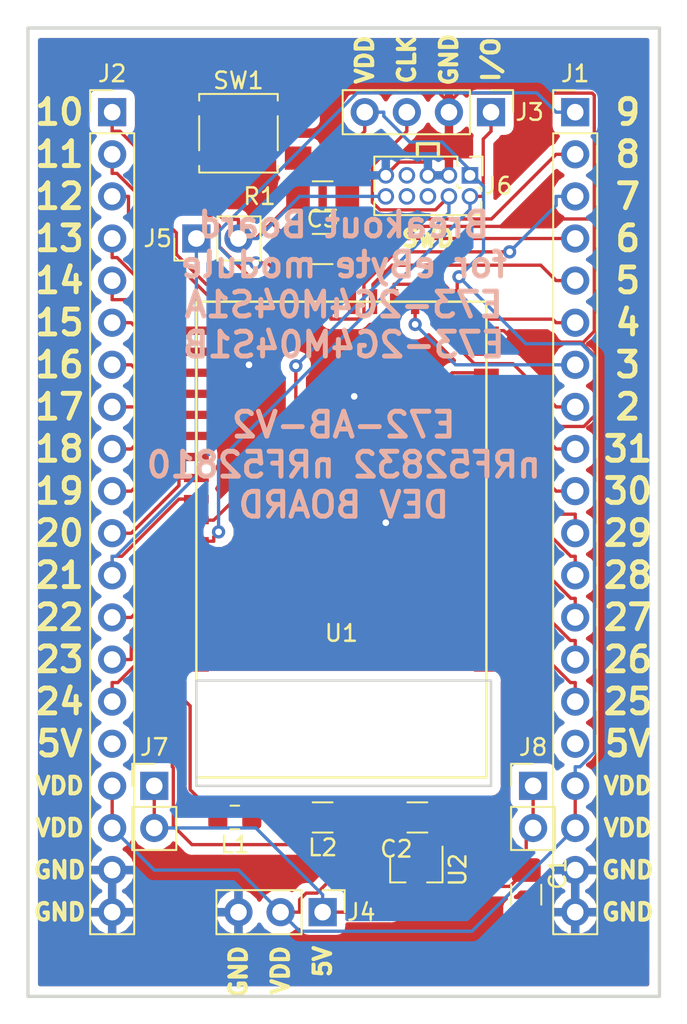
<source format=kicad_pcb>
(kicad_pcb (version 20171130) (host pcbnew 5.0.1)

  (general
    (thickness 1.6)
    (drawings 60)
    (tracks 346)
    (zones 0)
    (modules 17)
    (nets 48)
  )

  (page A4)
  (layers
    (0 F.Cu signal)
    (31 B.Cu signal)
    (32 B.Adhes user)
    (33 F.Adhes user)
    (34 B.Paste user)
    (35 F.Paste user)
    (36 B.SilkS user)
    (37 F.SilkS user)
    (38 B.Mask user)
    (39 F.Mask user)
    (40 Dwgs.User user)
    (41 Cmts.User user)
    (42 Eco1.User user)
    (43 Eco2.User user)
    (44 Edge.Cuts user)
    (45 Margin user)
    (46 B.CrtYd user)
    (47 F.CrtYd user)
    (48 B.Fab user)
    (49 F.Fab user)
  )

  (setup
    (last_trace_width 0.2)
    (trace_clearance 0.2)
    (zone_clearance 0.508)
    (zone_45_only no)
    (trace_min 0.2)
    (segment_width 0.2)
    (edge_width 0.15)
    (via_size 0.8)
    (via_drill 0.4)
    (via_min_size 0.4)
    (via_min_drill 0.3)
    (uvia_size 0.3)
    (uvia_drill 0.1)
    (uvias_allowed no)
    (uvia_min_size 0.2)
    (uvia_min_drill 0.1)
    (pcb_text_width 0.3)
    (pcb_text_size 1.5 1.5)
    (mod_edge_width 0.15)
    (mod_text_size 1 1)
    (mod_text_width 0.15)
    (pad_size 1.524 1.524)
    (pad_drill 0.762)
    (pad_to_mask_clearance 0.051)
    (solder_mask_min_width 0.25)
    (aux_axis_origin 0 0)
    (visible_elements FFFFFF7F)
    (pcbplotparams
      (layerselection 0x010fc_ffffffff)
      (usegerberextensions false)
      (usegerberattributes false)
      (usegerberadvancedattributes false)
      (creategerberjobfile false)
      (excludeedgelayer true)
      (linewidth 0.100000)
      (plotframeref false)
      (viasonmask false)
      (mode 1)
      (useauxorigin false)
      (hpglpennumber 1)
      (hpglpenspeed 20)
      (hpglpendiameter 15.000000)
      (psnegative false)
      (psa4output false)
      (plotreference true)
      (plotvalue true)
      (plotinvisibletext false)
      (padsonsilk false)
      (subtractmaskfromsilk false)
      (outputformat 1)
      (mirror false)
      (drillshape 0)
      (scaleselection 1)
      (outputdirectory "E73-AB-V2"))
  )

  (net 0 "")
  (net 1 VDD)
  (net 2 GND)
  (net 3 5V)
  (net 4 SWDIO)
  (net 5 SWDCLK)
  (net 6 "Net-(L1-Pad1)")
  (net 7 "Net-(L1-Pad2)")
  (net 8 "Net-(L2-Pad1)")
  (net 9 9)
  (net 10 8)
  (net 11 7)
  (net 12 6)
  (net 13 5)
  (net 14 4)
  (net 15 3)
  (net 16 2)
  (net 17 31)
  (net 18 30)
  (net 19 29)
  (net 20 28)
  (net 21 27)
  (net 22 26)
  (net 23 25)
  (net 24 24)
  (net 25 23)
  (net 26 22)
  (net 27 20)
  (net 28 19)
  (net 29 18)
  (net 30 17)
  (net 31 16)
  (net 32 15)
  (net 33 14)
  (net 34 13)
  (net 35 12)
  (net 36 11)
  (net 37 10)
  (net 38 !RST)
  (net 39 21)
  (net 40 "Net-(U1-Pad3)")
  (net 41 "Net-(U1-Pad4)")
  (net 42 "Net-(U1-Pad14)")
  (net 43 SW0)
  (net 44 "Net-(J6-Pad7)")
  (net 45 "Net-(J6-Pad8)")
  (net 46 "Net-(J1-Pad16)")
  (net 47 "Net-(J2-Pad16)")

  (net_class Default "Dit is de standaard class."
    (clearance 0.2)
    (trace_width 0.2)
    (via_dia 0.8)
    (via_drill 0.4)
    (uvia_dia 0.3)
    (uvia_drill 0.1)
    (add_net !RST)
    (add_net 10)
    (add_net 11)
    (add_net 12)
    (add_net 13)
    (add_net 14)
    (add_net 15)
    (add_net 16)
    (add_net 17)
    (add_net 18)
    (add_net 19)
    (add_net 2)
    (add_net 20)
    (add_net 21)
    (add_net 22)
    (add_net 23)
    (add_net 24)
    (add_net 25)
    (add_net 26)
    (add_net 27)
    (add_net 28)
    (add_net 29)
    (add_net 3)
    (add_net 30)
    (add_net 31)
    (add_net 4)
    (add_net 5)
    (add_net 5V)
    (add_net 6)
    (add_net 7)
    (add_net 8)
    (add_net 9)
    (add_net GND)
    (add_net "Net-(J1-Pad16)")
    (add_net "Net-(J2-Pad16)")
    (add_net "Net-(J6-Pad7)")
    (add_net "Net-(J6-Pad8)")
    (add_net "Net-(L1-Pad1)")
    (add_net "Net-(L1-Pad2)")
    (add_net "Net-(L2-Pad1)")
    (add_net "Net-(U1-Pad14)")
    (add_net "Net-(U1-Pad3)")
    (add_net "Net-(U1-Pad4)")
    (add_net SW0)
    (add_net SWDCLK)
    (add_net SWDIO)
    (add_net VDD)
  )

  (module Package_TO_SOT_SMD:SOT-23 (layer F.Cu) (tedit 5A02FF57) (tstamp 5BF480E8)
    (at 155.514 101.584 270)
    (descr "SOT-23, Standard")
    (tags SOT-23)
    (path /5BF495BA)
    (attr smd)
    (fp_text reference U2 (at 0 -2.5 270) (layer F.SilkS)
      (effects (font (size 1 1) (thickness 0.15)))
    )
    (fp_text value APE8865N-33-HF-3 (at 0 2.5 270) (layer F.Fab)
      (effects (font (size 1 1) (thickness 0.15)))
    )
    (fp_text user %R (at 0 0) (layer F.Fab)
      (effects (font (size 0.5 0.5) (thickness 0.075)))
    )
    (fp_line (start -0.7 -0.95) (end -0.7 1.5) (layer F.Fab) (width 0.1))
    (fp_line (start -0.15 -1.52) (end 0.7 -1.52) (layer F.Fab) (width 0.1))
    (fp_line (start -0.7 -0.95) (end -0.15 -1.52) (layer F.Fab) (width 0.1))
    (fp_line (start 0.7 -1.52) (end 0.7 1.52) (layer F.Fab) (width 0.1))
    (fp_line (start -0.7 1.52) (end 0.7 1.52) (layer F.Fab) (width 0.1))
    (fp_line (start 0.76 1.58) (end 0.76 0.65) (layer F.SilkS) (width 0.12))
    (fp_line (start 0.76 -1.58) (end 0.76 -0.65) (layer F.SilkS) (width 0.12))
    (fp_line (start -1.7 -1.75) (end 1.7 -1.75) (layer F.CrtYd) (width 0.05))
    (fp_line (start 1.7 -1.75) (end 1.7 1.75) (layer F.CrtYd) (width 0.05))
    (fp_line (start 1.7 1.75) (end -1.7 1.75) (layer F.CrtYd) (width 0.05))
    (fp_line (start -1.7 1.75) (end -1.7 -1.75) (layer F.CrtYd) (width 0.05))
    (fp_line (start 0.76 -1.58) (end -1.4 -1.58) (layer F.SilkS) (width 0.12))
    (fp_line (start 0.76 1.58) (end -0.7 1.58) (layer F.SilkS) (width 0.12))
    (pad 1 smd rect (at -1 -0.95 270) (size 0.9 0.8) (layers F.Cu F.Paste F.Mask)
      (net 2 GND))
    (pad 2 smd rect (at -1 0.95 270) (size 0.9 0.8) (layers F.Cu F.Paste F.Mask)
      (net 1 VDD))
    (pad 3 smd rect (at 1 0 270) (size 0.9 0.8) (layers F.Cu F.Paste F.Mask)
      (net 3 5V))
    (model ${KISYS3DMOD}/Package_TO_SOT_SMD.3dshapes/SOT-23.wrl
      (at (xyz 0 0 0))
      (scale (xyz 1 1 1))
      (rotate (xyz 0 0 0))
    )
  )

  (module Connector_PinHeader_2.54mm:PinHeader_1x02_P2.54mm_Vertical (layer F.Cu) (tedit 59FED5CC) (tstamp 5BF309E5)
    (at 162.56 96.52)
    (descr "Through hole straight pin header, 1x02, 2.54mm pitch, single row")
    (tags "Through hole pin header THT 1x02 2.54mm single row")
    (path /5BF31382)
    (fp_text reference J8 (at 0 -2.33) (layer F.SilkS)
      (effects (font (size 1 1) (thickness 0.15)))
    )
    (fp_text value Conn_02x02_Odd_Even (at 0 4.87) (layer F.Fab)
      (effects (font (size 1 1) (thickness 0.15)))
    )
    (fp_text user %R (at 0 1.27 90) (layer F.Fab)
      (effects (font (size 1 1) (thickness 0.15)))
    )
    (fp_line (start 1.8 -1.8) (end -1.8 -1.8) (layer F.CrtYd) (width 0.05))
    (fp_line (start 1.8 4.35) (end 1.8 -1.8) (layer F.CrtYd) (width 0.05))
    (fp_line (start -1.8 4.35) (end 1.8 4.35) (layer F.CrtYd) (width 0.05))
    (fp_line (start -1.8 -1.8) (end -1.8 4.35) (layer F.CrtYd) (width 0.05))
    (fp_line (start -1.33 -1.33) (end 0 -1.33) (layer F.SilkS) (width 0.12))
    (fp_line (start -1.33 0) (end -1.33 -1.33) (layer F.SilkS) (width 0.12))
    (fp_line (start -1.33 1.27) (end 1.33 1.27) (layer F.SilkS) (width 0.12))
    (fp_line (start 1.33 1.27) (end 1.33 3.87) (layer F.SilkS) (width 0.12))
    (fp_line (start -1.33 1.27) (end -1.33 3.87) (layer F.SilkS) (width 0.12))
    (fp_line (start -1.33 3.87) (end 1.33 3.87) (layer F.SilkS) (width 0.12))
    (fp_line (start -1.27 -0.635) (end -0.635 -1.27) (layer F.Fab) (width 0.1))
    (fp_line (start -1.27 3.81) (end -1.27 -0.635) (layer F.Fab) (width 0.1))
    (fp_line (start 1.27 3.81) (end -1.27 3.81) (layer F.Fab) (width 0.1))
    (fp_line (start 1.27 -1.27) (end 1.27 3.81) (layer F.Fab) (width 0.1))
    (fp_line (start -0.635 -1.27) (end 1.27 -1.27) (layer F.Fab) (width 0.1))
    (pad 2 thru_hole oval (at 0 2.54) (size 1.7 1.7) (drill 1) (layers *.Cu *.Mask)
      (net 3 5V))
    (pad 1 thru_hole rect (at 0 0) (size 1.7 1.7) (drill 1) (layers *.Cu *.Mask)
      (net 3 5V))
    (model ${KISYS3DMOD}/Connector_PinHeader_2.54mm.3dshapes/PinHeader_1x02_P2.54mm_Vertical.wrl
      (at (xyz 0 0 0))
      (scale (xyz 1 1 1))
      (rotate (xyz 0 0 0))
    )
  )

  (module Connector_PinHeader_2.54mm:PinHeader_1x02_P2.54mm_Vertical (layer F.Cu) (tedit 59FED5CC) (tstamp 5BF30A24)
    (at 139.7 96.52)
    (descr "Through hole straight pin header, 1x02, 2.54mm pitch, single row")
    (tags "Through hole pin header THT 1x02 2.54mm single row")
    (path /5BF31425)
    (fp_text reference J7 (at 0 -2.33) (layer F.SilkS)
      (effects (font (size 1 1) (thickness 0.15)))
    )
    (fp_text value Conn_02x02_Odd_Even (at 0 4.87) (layer F.Fab)
      (effects (font (size 1 1) (thickness 0.15)))
    )
    (fp_line (start -0.635 -1.27) (end 1.27 -1.27) (layer F.Fab) (width 0.1))
    (fp_line (start 1.27 -1.27) (end 1.27 3.81) (layer F.Fab) (width 0.1))
    (fp_line (start 1.27 3.81) (end -1.27 3.81) (layer F.Fab) (width 0.1))
    (fp_line (start -1.27 3.81) (end -1.27 -0.635) (layer F.Fab) (width 0.1))
    (fp_line (start -1.27 -0.635) (end -0.635 -1.27) (layer F.Fab) (width 0.1))
    (fp_line (start -1.33 3.87) (end 1.33 3.87) (layer F.SilkS) (width 0.12))
    (fp_line (start -1.33 1.27) (end -1.33 3.87) (layer F.SilkS) (width 0.12))
    (fp_line (start 1.33 1.27) (end 1.33 3.87) (layer F.SilkS) (width 0.12))
    (fp_line (start -1.33 1.27) (end 1.33 1.27) (layer F.SilkS) (width 0.12))
    (fp_line (start -1.33 0) (end -1.33 -1.33) (layer F.SilkS) (width 0.12))
    (fp_line (start -1.33 -1.33) (end 0 -1.33) (layer F.SilkS) (width 0.12))
    (fp_line (start -1.8 -1.8) (end -1.8 4.35) (layer F.CrtYd) (width 0.05))
    (fp_line (start -1.8 4.35) (end 1.8 4.35) (layer F.CrtYd) (width 0.05))
    (fp_line (start 1.8 4.35) (end 1.8 -1.8) (layer F.CrtYd) (width 0.05))
    (fp_line (start 1.8 -1.8) (end -1.8 -1.8) (layer F.CrtYd) (width 0.05))
    (fp_text user %R (at 0 1.27 90) (layer F.Fab)
      (effects (font (size 1 1) (thickness 0.15)))
    )
    (pad 1 thru_hole rect (at 0 0) (size 1.7 1.7) (drill 1) (layers *.Cu *.Mask)
      (net 3 5V))
    (pad 2 thru_hole oval (at 0 2.54) (size 1.7 1.7) (drill 1) (layers *.Cu *.Mask)
      (net 3 5V))
    (model ${KISYS3DMOD}/Connector_PinHeader_2.54mm.3dshapes/PinHeader_1x02_P2.54mm_Vertical.wrl
      (at (xyz 0 0 0))
      (scale (xyz 1 1 1))
      (rotate (xyz 0 0 0))
    )
  )

  (module Inductor_SMD:L_0805_2012Metric_Pad1.15x1.40mm_HandSolder (layer F.Cu) (tedit 5B36C52B) (tstamp 5BF01222)
    (at 144.562 98.425 180)
    (descr "Capacitor SMD 0805 (2012 Metric), square (rectangular) end terminal, IPC_7351 nominal with elongated pad for handsoldering. (Body size source: https://docs.google.com/spreadsheets/d/1BsfQQcO9C6DZCsRaXUlFlo91Tg2WpOkGARC1WS5S8t0/edit?usp=sharing), generated with kicad-footprint-generator")
    (tags "inductor handsolder")
    (path /5BE59D47)
    (attr smd)
    (fp_text reference L1 (at 0 -1.65 180) (layer F.SilkS)
      (effects (font (size 1 1) (thickness 0.15)))
    )
    (fp_text value 15n (at 0 1.65 180) (layer F.Fab)
      (effects (font (size 1 1) (thickness 0.15)))
    )
    (fp_line (start -1 0.6) (end -1 -0.6) (layer F.Fab) (width 0.1))
    (fp_line (start -1 -0.6) (end 1 -0.6) (layer F.Fab) (width 0.1))
    (fp_line (start 1 -0.6) (end 1 0.6) (layer F.Fab) (width 0.1))
    (fp_line (start 1 0.6) (end -1 0.6) (layer F.Fab) (width 0.1))
    (fp_line (start -0.261252 -0.71) (end 0.261252 -0.71) (layer F.SilkS) (width 0.12))
    (fp_line (start -0.261252 0.71) (end 0.261252 0.71) (layer F.SilkS) (width 0.12))
    (fp_line (start -1.85 0.95) (end -1.85 -0.95) (layer F.CrtYd) (width 0.05))
    (fp_line (start -1.85 -0.95) (end 1.85 -0.95) (layer F.CrtYd) (width 0.05))
    (fp_line (start 1.85 -0.95) (end 1.85 0.95) (layer F.CrtYd) (width 0.05))
    (fp_line (start 1.85 0.95) (end -1.85 0.95) (layer F.CrtYd) (width 0.05))
    (fp_text user %R (at 0 0 180) (layer F.Fab)
      (effects (font (size 0.5 0.5) (thickness 0.08)))
    )
    (pad 1 smd roundrect (at -1.025 0 180) (size 1.15 1.4) (layers F.Cu F.Paste F.Mask) (roundrect_rratio 0.217391)
      (net 6 "Net-(L1-Pad1)"))
    (pad 2 smd roundrect (at 1.025 0 180) (size 1.15 1.4) (layers F.Cu F.Paste F.Mask) (roundrect_rratio 0.217391)
      (net 7 "Net-(L1-Pad2)"))
    (model ${KISYS3DMOD}/Inductor_SMD.3dshapes/L_0805_2012Metric.wrl
      (at (xyz 0 0 0))
      (scale (xyz 1 1 1))
      (rotate (xyz 0 0 0))
    )
  )

  (module libp:E73-B (layer F.Cu) (tedit 5BE58411) (tstamp 5BE58ABE)
    (at 142.24 67.31)
    (path /5BE57F23)
    (fp_text reference U1 (at 8.75 20) (layer F.SilkS)
      (effects (font (size 1 1) (thickness 0.15)))
    )
    (fp_text value E73-AB (at 8.75 10) (layer F.Fab)
      (effects (font (size 1 1) (thickness 0.15)))
    )
    (fp_line (start 0 0) (end 17.5 0) (layer F.SilkS) (width 0.15))
    (fp_line (start 17.5 0) (end 17.5 28.7) (layer F.SilkS) (width 0.15))
    (fp_line (start 17.5 28.7) (end 0 28.7) (layer F.SilkS) (width 0.15))
    (fp_line (start 0 28.7) (end 0 0) (layer F.SilkS) (width 0.15))
    (pad 0 smd rect (at 17.5 22.07) (size 1.5 0.5) (layers F.Cu F.Paste F.Mask)
      (net 2 GND))
    (pad 43 smd rect (at 0 22.07) (size 1.5 0.5) (layers F.Cu F.Paste F.Mask)
      (net 2 GND))
    (pad 42 smd rect (at 0 20.8) (size 1.5 0.5) (layers F.Cu F.Paste F.Mask)
      (net 2 GND))
    (pad 28 smd rect (at 0 1.75) (size 1.5 0.5) (layers F.Cu F.Paste F.Mask)
      (net 34 13))
    (pad 29 smd rect (at 0 3.02) (size 1.5 0.5) (layers F.Cu F.Paste F.Mask)
      (net 33 14))
    (pad 30 smd rect (at 0 4.29) (size 1.5 0.5) (layers F.Cu F.Paste F.Mask)
      (net 32 15))
    (pad 31 smd rect (at 0 5.56) (size 1.5 0.5) (layers F.Cu F.Paste F.Mask)
      (net 31 16))
    (pad 32 smd rect (at 0 6.83) (size 1.5 0.5) (layers F.Cu F.Paste F.Mask)
      (net 30 17))
    (pad 33 smd rect (at 0 8.1) (size 1.5 0.5) (layers F.Cu F.Paste F.Mask)
      (net 29 18))
    (pad 34 smd rect (at 0 9.37) (size 1.5 0.5) (layers F.Cu F.Paste F.Mask)
      (net 28 19))
    (pad 35 smd rect (at 0 10.64) (size 1.5 0.5) (layers F.Cu F.Paste F.Mask)
      (net 27 20))
    (pad 36 smd rect (at 0 11.91) (size 1.5 0.5) (layers F.Cu F.Paste F.Mask)
      (net 39 21))
    (pad 37 smd rect (at 0 13.18) (size 1.5 0.5) (layers F.Cu F.Paste F.Mask)
      (net 5 SWDCLK))
    (pad 38 smd rect (at 0 14.45) (size 1.5 0.5) (layers F.Cu F.Paste F.Mask)
      (net 4 SWDIO))
    (pad 39 smd rect (at 0 15.72) (size 1.5 0.5) (layers F.Cu F.Paste F.Mask)
      (net 26 22))
    (pad 40 smd rect (at 0 16.99) (size 1.5 0.5) (layers F.Cu F.Paste F.Mask)
      (net 25 23))
    (pad 41 smd rect (at 0 18.26) (size 1.5 0.5) (layers F.Cu F.Paste F.Mask)
      (net 24 24))
    (pad 1 smd rect (at 17.5 20.8) (size 1.5 0.5) (layers F.Cu F.Paste F.Mask)
      (net 2 GND))
    (pad 2 smd rect (at 17.5 18.26) (size 1.5 0.5) (layers F.Cu F.Paste F.Mask)
      (net 2 GND))
    (pad 3 smd rect (at 17.5 16.99) (size 1.5 0.5) (layers F.Cu F.Paste F.Mask)
      (net 40 "Net-(U1-Pad3)"))
    (pad 4 smd rect (at 17.5 15.72) (size 1.5 0.5) (layers F.Cu F.Paste F.Mask)
      (net 41 "Net-(U1-Pad4)"))
    (pad 5 smd rect (at 17.5 14.45) (size 1.5 0.5) (layers F.Cu F.Paste F.Mask)
      (net 23 25))
    (pad 6 smd rect (at 17.5 13.18) (size 1.5 0.5) (layers F.Cu F.Paste F.Mask)
      (net 22 26))
    (pad 7 smd rect (at 17.5 11.91) (size 1.5 0.5) (layers F.Cu F.Paste F.Mask)
      (net 21 27))
    (pad 8 smd rect (at 17.5 10.64) (size 1.5 0.5) (layers F.Cu F.Paste F.Mask)
      (net 20 28))
    (pad 9 smd rect (at 17.5 9.37) (size 1.5 0.5) (layers F.Cu F.Paste F.Mask)
      (net 19 29))
    (pad 10 smd rect (at 17.5 8.1) (size 1.5 0.5) (layers F.Cu F.Paste F.Mask)
      (net 18 30))
    (pad 11 smd rect (at 17.5 6.83) (size 1.5 0.5) (layers F.Cu F.Paste F.Mask)
      (net 17 31))
    (pad 12 smd rect (at 17.5 5.56) (size 1.5 0.5) (layers F.Cu F.Paste F.Mask)
      (net 7 "Net-(L1-Pad2)"))
    (pad 13 smd rect (at 17.5 4.29) (size 1.5 0.5) (layers F.Cu F.Paste F.Mask)
      (net 8 "Net-(L2-Pad1)"))
    (pad 14 smd rect (at 17.5 3.02) (size 1.5 0.5) (layers F.Cu F.Paste F.Mask)
      (net 42 "Net-(U1-Pad14)"))
    (pad 15 smd rect (at 17.5 1.75) (size 1.5 0.5) (layers F.Cu F.Paste F.Mask)
      (net 2 GND))
    (pad 16 smd rect (at 15.74 0) (size 0.5 1.5) (layers F.Cu F.Paste F.Mask)
      (net 1 VDD))
    (pad 17 smd rect (at 14.47 0) (size 0.5 1.5) (layers F.Cu F.Paste F.Mask)
      (net 16 2))
    (pad 18 smd rect (at 13.2 0) (size 0.5 1.5) (layers F.Cu F.Paste F.Mask)
      (net 15 3))
    (pad 19 smd rect (at 11.93 0) (size 0.5 1.5) (layers F.Cu F.Paste F.Mask)
      (net 14 4))
    (pad 20 smd rect (at 10.66 0) (size 0.5 1.5) (layers F.Cu F.Paste F.Mask)
      (net 13 5))
    (pad 21 smd rect (at 9.39 0) (size 0.5 1.5) (layers F.Cu F.Paste F.Mask)
      (net 12 6))
    (pad 24 smd rect (at 5.58 0) (size 0.5 1.5) (layers F.Cu F.Paste F.Mask)
      (net 9 9))
    (pad 25 smd rect (at 4.31 0) (size 0.5 1.5) (layers F.Cu F.Paste F.Mask)
      (net 37 10))
    (pad 26 smd rect (at 3.04 0) (size 0.5 1.5) (layers F.Cu F.Paste F.Mask)
      (net 36 11))
    (pad 27 smd rect (at 1.77 0) (size 0.5 1.5) (layers F.Cu F.Paste F.Mask)
      (net 35 12))
    (pad 22 smd rect (at 8.12 0) (size 0.5 1.5) (layers F.Cu F.Paste F.Mask)
      (net 11 7))
    (pad 23 smd rect (at 6.85 0) (size 0.5 1.5) (layers F.Cu F.Paste F.Mask)
      (net 10 8))
  )

  (module Connector_PinHeader_2.54mm:PinHeader_1x20_P2.54mm_Vertical (layer F.Cu) (tedit 59FED5CC) (tstamp 5BF20877)
    (at 165.1 55.88)
    (descr "Through hole straight pin header, 1x20, 2.54mm pitch, single row")
    (tags "Through hole pin header THT 1x20 2.54mm single row")
    (path /5BE5A72F)
    (fp_text reference J1 (at 0 -2.33) (layer F.SilkS)
      (effects (font (size 1 1) (thickness 0.15)))
    )
    (fp_text value Conn_01x20_Male (at 0 50.59) (layer F.Fab)
      (effects (font (size 1 1) (thickness 0.15)))
    )
    (fp_line (start -0.635 -1.27) (end 1.27 -1.27) (layer F.Fab) (width 0.1))
    (fp_line (start 1.27 -1.27) (end 1.27 49.53) (layer F.Fab) (width 0.1))
    (fp_line (start 1.27 49.53) (end -1.27 49.53) (layer F.Fab) (width 0.1))
    (fp_line (start -1.27 49.53) (end -1.27 -0.635) (layer F.Fab) (width 0.1))
    (fp_line (start -1.27 -0.635) (end -0.635 -1.27) (layer F.Fab) (width 0.1))
    (fp_line (start -1.33 49.59) (end 1.33 49.59) (layer F.SilkS) (width 0.12))
    (fp_line (start -1.33 1.27) (end -1.33 49.59) (layer F.SilkS) (width 0.12))
    (fp_line (start 1.33 1.27) (end 1.33 49.59) (layer F.SilkS) (width 0.12))
    (fp_line (start -1.33 1.27) (end 1.33 1.27) (layer F.SilkS) (width 0.12))
    (fp_line (start -1.33 0) (end -1.33 -1.33) (layer F.SilkS) (width 0.12))
    (fp_line (start -1.33 -1.33) (end 0 -1.33) (layer F.SilkS) (width 0.12))
    (fp_line (start -1.8 -1.8) (end -1.8 50.05) (layer F.CrtYd) (width 0.05))
    (fp_line (start -1.8 50.05) (end 1.8 50.05) (layer F.CrtYd) (width 0.05))
    (fp_line (start 1.8 50.05) (end 1.8 -1.8) (layer F.CrtYd) (width 0.05))
    (fp_line (start 1.8 -1.8) (end -1.8 -1.8) (layer F.CrtYd) (width 0.05))
    (fp_text user %R (at 0 24.13 90) (layer F.Fab)
      (effects (font (size 1 1) (thickness 0.15)))
    )
    (pad 1 thru_hole rect (at 0 0) (size 1.7 1.7) (drill 1) (layers *.Cu *.Mask)
      (net 9 9))
    (pad 2 thru_hole oval (at 0 2.54) (size 1.7 1.7) (drill 1) (layers *.Cu *.Mask)
      (net 10 8))
    (pad 3 thru_hole oval (at 0 5.08) (size 1.7 1.7) (drill 1) (layers *.Cu *.Mask)
      (net 11 7))
    (pad 4 thru_hole oval (at 0 7.62) (size 1.7 1.7) (drill 1) (layers *.Cu *.Mask)
      (net 12 6))
    (pad 5 thru_hole oval (at 0 10.16) (size 1.7 1.7) (drill 1) (layers *.Cu *.Mask)
      (net 13 5))
    (pad 6 thru_hole oval (at 0 12.7) (size 1.7 1.7) (drill 1) (layers *.Cu *.Mask)
      (net 14 4))
    (pad 7 thru_hole oval (at 0 15.24) (size 1.7 1.7) (drill 1) (layers *.Cu *.Mask)
      (net 15 3))
    (pad 8 thru_hole oval (at 0 17.78) (size 1.7 1.7) (drill 1) (layers *.Cu *.Mask)
      (net 16 2))
    (pad 9 thru_hole oval (at 0 20.32) (size 1.7 1.7) (drill 1) (layers *.Cu *.Mask)
      (net 17 31))
    (pad 10 thru_hole oval (at 0 22.86) (size 1.7 1.7) (drill 1) (layers *.Cu *.Mask)
      (net 18 30))
    (pad 11 thru_hole oval (at 0 25.4) (size 1.7 1.7) (drill 1) (layers *.Cu *.Mask)
      (net 19 29))
    (pad 12 thru_hole oval (at 0 27.94) (size 1.7 1.7) (drill 1) (layers *.Cu *.Mask)
      (net 20 28))
    (pad 13 thru_hole oval (at 0 30.48) (size 1.7 1.7) (drill 1) (layers *.Cu *.Mask)
      (net 21 27))
    (pad 14 thru_hole oval (at 0 33.02) (size 1.7 1.7) (drill 1) (layers *.Cu *.Mask)
      (net 22 26))
    (pad 15 thru_hole oval (at 0 35.56) (size 1.7 1.7) (drill 1) (layers *.Cu *.Mask)
      (net 23 25))
    (pad 16 thru_hole oval (at 0 38.1) (size 1.7 1.7) (drill 1) (layers *.Cu *.Mask)
      (net 46 "Net-(J1-Pad16)"))
    (pad 17 thru_hole oval (at 0 40.64) (size 1.7 1.7) (drill 1) (layers *.Cu *.Mask)
      (net 1 VDD))
    (pad 18 thru_hole oval (at 0 43.18) (size 1.7 1.7) (drill 1) (layers *.Cu *.Mask)
      (net 1 VDD))
    (pad 19 thru_hole oval (at 0 45.72) (size 1.7 1.7) (drill 1) (layers *.Cu *.Mask)
      (net 2 GND))
    (pad 20 thru_hole oval (at 0 48.26) (size 1.7 1.7) (drill 1) (layers *.Cu *.Mask)
      (net 2 GND))
    (model ${KISYS3DMOD}/Connector_PinHeader_2.54mm.3dshapes/PinHeader_1x20_P2.54mm_Vertical.wrl
      (at (xyz 0 0 0))
      (scale (xyz 1 1 1))
      (rotate (xyz 0 0 0))
    )
  )

  (module Connector_PinHeader_2.54mm:PinHeader_1x20_P2.54mm_Vertical (layer F.Cu) (tedit 59FED5CC) (tstamp 5BF2089E)
    (at 137.16 55.88)
    (descr "Through hole straight pin header, 1x20, 2.54mm pitch, single row")
    (tags "Through hole pin header THT 1x20 2.54mm single row")
    (path /5BE5A787)
    (fp_text reference J2 (at 0 -2.33) (layer F.SilkS)
      (effects (font (size 1 1) (thickness 0.15)))
    )
    (fp_text value Conn_01x20_Male (at 0 50.59) (layer F.Fab)
      (effects (font (size 1 1) (thickness 0.15)))
    )
    (fp_text user %R (at 0 24.13 90) (layer F.Fab)
      (effects (font (size 1 1) (thickness 0.15)))
    )
    (fp_line (start 1.8 -1.8) (end -1.8 -1.8) (layer F.CrtYd) (width 0.05))
    (fp_line (start 1.8 50.05) (end 1.8 -1.8) (layer F.CrtYd) (width 0.05))
    (fp_line (start -1.8 50.05) (end 1.8 50.05) (layer F.CrtYd) (width 0.05))
    (fp_line (start -1.8 -1.8) (end -1.8 50.05) (layer F.CrtYd) (width 0.05))
    (fp_line (start -1.33 -1.33) (end 0 -1.33) (layer F.SilkS) (width 0.12))
    (fp_line (start -1.33 0) (end -1.33 -1.33) (layer F.SilkS) (width 0.12))
    (fp_line (start -1.33 1.27) (end 1.33 1.27) (layer F.SilkS) (width 0.12))
    (fp_line (start 1.33 1.27) (end 1.33 49.59) (layer F.SilkS) (width 0.12))
    (fp_line (start -1.33 1.27) (end -1.33 49.59) (layer F.SilkS) (width 0.12))
    (fp_line (start -1.33 49.59) (end 1.33 49.59) (layer F.SilkS) (width 0.12))
    (fp_line (start -1.27 -0.635) (end -0.635 -1.27) (layer F.Fab) (width 0.1))
    (fp_line (start -1.27 49.53) (end -1.27 -0.635) (layer F.Fab) (width 0.1))
    (fp_line (start 1.27 49.53) (end -1.27 49.53) (layer F.Fab) (width 0.1))
    (fp_line (start 1.27 -1.27) (end 1.27 49.53) (layer F.Fab) (width 0.1))
    (fp_line (start -0.635 -1.27) (end 1.27 -1.27) (layer F.Fab) (width 0.1))
    (pad 20 thru_hole oval (at 0 48.26) (size 1.7 1.7) (drill 1) (layers *.Cu *.Mask)
      (net 2 GND))
    (pad 19 thru_hole oval (at 0 45.72) (size 1.7 1.7) (drill 1) (layers *.Cu *.Mask)
      (net 2 GND))
    (pad 18 thru_hole oval (at 0 43.18) (size 1.7 1.7) (drill 1) (layers *.Cu *.Mask)
      (net 1 VDD))
    (pad 17 thru_hole oval (at 0 40.64) (size 1.7 1.7) (drill 1) (layers *.Cu *.Mask)
      (net 1 VDD))
    (pad 16 thru_hole oval (at 0 38.1) (size 1.7 1.7) (drill 1) (layers *.Cu *.Mask)
      (net 47 "Net-(J2-Pad16)"))
    (pad 15 thru_hole oval (at 0 35.56) (size 1.7 1.7) (drill 1) (layers *.Cu *.Mask)
      (net 24 24))
    (pad 14 thru_hole oval (at 0 33.02) (size 1.7 1.7) (drill 1) (layers *.Cu *.Mask)
      (net 25 23))
    (pad 13 thru_hole oval (at 0 30.48) (size 1.7 1.7) (drill 1) (layers *.Cu *.Mask)
      (net 26 22))
    (pad 12 thru_hole oval (at 0 27.94) (size 1.7 1.7) (drill 1) (layers *.Cu *.Mask)
      (net 39 21))
    (pad 11 thru_hole oval (at 0 25.4) (size 1.7 1.7) (drill 1) (layers *.Cu *.Mask)
      (net 27 20))
    (pad 10 thru_hole oval (at 0 22.86) (size 1.7 1.7) (drill 1) (layers *.Cu *.Mask)
      (net 28 19))
    (pad 9 thru_hole oval (at 0 20.32) (size 1.7 1.7) (drill 1) (layers *.Cu *.Mask)
      (net 29 18))
    (pad 8 thru_hole oval (at 0 17.78) (size 1.7 1.7) (drill 1) (layers *.Cu *.Mask)
      (net 30 17))
    (pad 7 thru_hole oval (at 0 15.24) (size 1.7 1.7) (drill 1) (layers *.Cu *.Mask)
      (net 31 16))
    (pad 6 thru_hole oval (at 0 12.7) (size 1.7 1.7) (drill 1) (layers *.Cu *.Mask)
      (net 32 15))
    (pad 5 thru_hole oval (at 0 10.16) (size 1.7 1.7) (drill 1) (layers *.Cu *.Mask)
      (net 33 14))
    (pad 4 thru_hole oval (at 0 7.62) (size 1.7 1.7) (drill 1) (layers *.Cu *.Mask)
      (net 34 13))
    (pad 3 thru_hole oval (at 0 5.08) (size 1.7 1.7) (drill 1) (layers *.Cu *.Mask)
      (net 35 12))
    (pad 2 thru_hole oval (at 0 2.54) (size 1.7 1.7) (drill 1) (layers *.Cu *.Mask)
      (net 36 11))
    (pad 1 thru_hole rect (at 0 0) (size 1.7 1.7) (drill 1) (layers *.Cu *.Mask)
      (net 37 10))
    (model ${KISYS3DMOD}/Connector_PinHeader_2.54mm.3dshapes/PinHeader_1x20_P2.54mm_Vertical.wrl
      (at (xyz 0 0 0))
      (scale (xyz 1 1 1))
      (rotate (xyz 0 0 0))
    )
  )

  (module Connector_PinHeader_2.54mm:PinHeader_1x04_P2.54mm_Vertical (layer F.Cu) (tedit 59FED5CC) (tstamp 5BF208DC)
    (at 160.02 55.88 270)
    (descr "Through hole straight pin header, 1x04, 2.54mm pitch, single row")
    (tags "Through hole pin header THT 1x04 2.54mm single row")
    (path /5BE5AC20)
    (fp_text reference J3 (at 0 -2.33) (layer F.SilkS)
      (effects (font (size 1 1) (thickness 0.15)))
    )
    (fp_text value Conn_01x04_Male (at 0 9.95 270) (layer F.Fab)
      (effects (font (size 1 1) (thickness 0.15)))
    )
    (fp_line (start -0.635 -1.27) (end 1.27 -1.27) (layer F.Fab) (width 0.1))
    (fp_line (start 1.27 -1.27) (end 1.27 8.89) (layer F.Fab) (width 0.1))
    (fp_line (start 1.27 8.89) (end -1.27 8.89) (layer F.Fab) (width 0.1))
    (fp_line (start -1.27 8.89) (end -1.27 -0.635) (layer F.Fab) (width 0.1))
    (fp_line (start -1.27 -0.635) (end -0.635 -1.27) (layer F.Fab) (width 0.1))
    (fp_line (start -1.33 8.95) (end 1.33 8.95) (layer F.SilkS) (width 0.12))
    (fp_line (start -1.33 1.27) (end -1.33 8.95) (layer F.SilkS) (width 0.12))
    (fp_line (start 1.33 1.27) (end 1.33 8.95) (layer F.SilkS) (width 0.12))
    (fp_line (start -1.33 1.27) (end 1.33 1.27) (layer F.SilkS) (width 0.12))
    (fp_line (start -1.33 0) (end -1.33 -1.33) (layer F.SilkS) (width 0.12))
    (fp_line (start -1.33 -1.33) (end 0 -1.33) (layer F.SilkS) (width 0.12))
    (fp_line (start -1.8 -1.8) (end -1.8 9.4) (layer F.CrtYd) (width 0.05))
    (fp_line (start -1.8 9.4) (end 1.8 9.4) (layer F.CrtYd) (width 0.05))
    (fp_line (start 1.8 9.4) (end 1.8 -1.8) (layer F.CrtYd) (width 0.05))
    (fp_line (start 1.8 -1.8) (end -1.8 -1.8) (layer F.CrtYd) (width 0.05))
    (fp_text user %R (at 0 3.81) (layer F.Fab)
      (effects (font (size 1 1) (thickness 0.15)))
    )
    (pad 1 thru_hole rect (at 0 0 270) (size 1.7 1.7) (drill 1) (layers *.Cu *.Mask)
      (net 4 SWDIO))
    (pad 2 thru_hole oval (at 0 2.54 270) (size 1.7 1.7) (drill 1) (layers *.Cu *.Mask)
      (net 2 GND))
    (pad 3 thru_hole oval (at 0 5.08 270) (size 1.7 1.7) (drill 1) (layers *.Cu *.Mask)
      (net 5 SWDCLK))
    (pad 4 thru_hole oval (at 0 7.62 270) (size 1.7 1.7) (drill 1) (layers *.Cu *.Mask)
      (net 1 VDD))
    (model ${KISYS3DMOD}/Connector_PinHeader_2.54mm.3dshapes/PinHeader_1x04_P2.54mm_Vertical.wrl
      (at (xyz 0 0 0))
      (scale (xyz 1 1 1))
      (rotate (xyz 0 0 0))
    )
  )

  (module Connector_PinHeader_2.54mm:PinHeader_1x03_P2.54mm_Vertical (layer F.Cu) (tedit 59FED5CC) (tstamp 5BF21B26)
    (at 149.86 104.14 270)
    (descr "Through hole straight pin header, 1x03, 2.54mm pitch, single row")
    (tags "Through hole pin header THT 1x03 2.54mm single row")
    (path /5BE5B528)
    (fp_text reference J4 (at 0 -2.33) (layer F.SilkS)
      (effects (font (size 1 1) (thickness 0.15)))
    )
    (fp_text value Conn_01x03_Male (at 0 7.41 270) (layer F.Fab)
      (effects (font (size 1 1) (thickness 0.15)))
    )
    (fp_line (start -0.635 -1.27) (end 1.27 -1.27) (layer F.Fab) (width 0.1))
    (fp_line (start 1.27 -1.27) (end 1.27 6.35) (layer F.Fab) (width 0.1))
    (fp_line (start 1.27 6.35) (end -1.27 6.35) (layer F.Fab) (width 0.1))
    (fp_line (start -1.27 6.35) (end -1.27 -0.635) (layer F.Fab) (width 0.1))
    (fp_line (start -1.27 -0.635) (end -0.635 -1.27) (layer F.Fab) (width 0.1))
    (fp_line (start -1.33 6.41) (end 1.33 6.41) (layer F.SilkS) (width 0.12))
    (fp_line (start -1.33 1.27) (end -1.33 6.41) (layer F.SilkS) (width 0.12))
    (fp_line (start 1.33 1.27) (end 1.33 6.41) (layer F.SilkS) (width 0.12))
    (fp_line (start -1.33 1.27) (end 1.33 1.27) (layer F.SilkS) (width 0.12))
    (fp_line (start -1.33 0) (end -1.33 -1.33) (layer F.SilkS) (width 0.12))
    (fp_line (start -1.33 -1.33) (end 0 -1.33) (layer F.SilkS) (width 0.12))
    (fp_line (start -1.8 -1.8) (end -1.8 6.85) (layer F.CrtYd) (width 0.05))
    (fp_line (start -1.8 6.85) (end 1.8 6.85) (layer F.CrtYd) (width 0.05))
    (fp_line (start 1.8 6.85) (end 1.8 -1.8) (layer F.CrtYd) (width 0.05))
    (fp_line (start 1.8 -1.8) (end -1.8 -1.8) (layer F.CrtYd) (width 0.05))
    (fp_text user %R (at 0 2.54) (layer F.Fab)
      (effects (font (size 1 1) (thickness 0.15)))
    )
    (pad 1 thru_hole rect (at 0 0 270) (size 1.7 1.7) (drill 1) (layers *.Cu *.Mask)
      (net 3 5V))
    (pad 2 thru_hole oval (at 0 2.54 270) (size 1.7 1.7) (drill 1) (layers *.Cu *.Mask)
      (net 1 VDD))
    (pad 3 thru_hole oval (at 0 5.08 270) (size 1.7 1.7) (drill 1) (layers *.Cu *.Mask)
      (net 2 GND))
    (model ${KISYS3DMOD}/Connector_PinHeader_2.54mm.3dshapes/PinHeader_1x03_P2.54mm_Vertical.wrl
      (at (xyz 0 0 0))
      (scale (xyz 1 1 1))
      (rotate (xyz 0 0 0))
    )
  )

  (module Resistor_SMD:R_1206_3216Metric_Pad1.42x1.75mm_HandSolder (layer F.Cu) (tedit 5B301BBD) (tstamp 5C02CCCE)
    (at 149.86 60.96 180)
    (descr "Resistor SMD 1206 (3216 Metric), square (rectangular) end terminal, IPC_7351 nominal with elongated pad for handsoldering. (Body size source: http://www.tortai-tech.com/upload/download/2011102023233369053.pdf), generated with kicad-footprint-generator")
    (tags "resistor handsolder")
    (path /5BE7112F)
    (attr smd)
    (fp_text reference R1 (at 3.81 0 180) (layer F.SilkS)
      (effects (font (size 1 1) (thickness 0.15)))
    )
    (fp_text value 10K (at 0 1.82 180) (layer F.Fab)
      (effects (font (size 1 1) (thickness 0.15)))
    )
    (fp_line (start -1.6 0.8) (end -1.6 -0.8) (layer F.Fab) (width 0.1))
    (fp_line (start -1.6 -0.8) (end 1.6 -0.8) (layer F.Fab) (width 0.1))
    (fp_line (start 1.6 -0.8) (end 1.6 0.8) (layer F.Fab) (width 0.1))
    (fp_line (start 1.6 0.8) (end -1.6 0.8) (layer F.Fab) (width 0.1))
    (fp_line (start -0.602064 -0.91) (end 0.602064 -0.91) (layer F.SilkS) (width 0.12))
    (fp_line (start -0.602064 0.91) (end 0.602064 0.91) (layer F.SilkS) (width 0.12))
    (fp_line (start -2.45 1.12) (end -2.45 -1.12) (layer F.CrtYd) (width 0.05))
    (fp_line (start -2.45 -1.12) (end 2.45 -1.12) (layer F.CrtYd) (width 0.05))
    (fp_line (start 2.45 -1.12) (end 2.45 1.12) (layer F.CrtYd) (width 0.05))
    (fp_line (start 2.45 1.12) (end -2.45 1.12) (layer F.CrtYd) (width 0.05))
    (fp_text user %R (at 0 0 180) (layer F.Fab)
      (effects (font (size 0.8 0.8) (thickness 0.12)))
    )
    (pad 1 smd roundrect (at -1.4875 0 180) (size 1.425 1.75) (layers F.Cu F.Paste F.Mask) (roundrect_rratio 0.175439)
      (net 1 VDD))
    (pad 2 smd roundrect (at 1.4875 0 180) (size 1.425 1.75) (layers F.Cu F.Paste F.Mask) (roundrect_rratio 0.175439)
      (net 38 !RST))
    (model ${KISYS3DMOD}/Resistor_SMD.3dshapes/R_1206_3216Metric.wrl
      (at (xyz 0 0 0))
      (scale (xyz 1 1 1))
      (rotate (xyz 0 0 0))
    )
  )

  (module Button_Switch_SMD:SW_SPST_TL3305A (layer F.Cu) (tedit 5ABC3A97) (tstamp 5C02C809)
    (at 144.78 57.15 180)
    (descr https://www.e-switch.com/system/asset/product_line/data_sheet/213/TL3305.pdf)
    (tags "TL3305 Series Tact Switch")
    (path /5BE6FC55)
    (attr smd)
    (fp_text reference SW1 (at 0 3.175 180) (layer F.SilkS)
      (effects (font (size 1 1) (thickness 0.15)))
    )
    (fp_text value SW_Push (at 0 3.2 180) (layer F.Fab)
      (effects (font (size 1 1) (thickness 0.15)))
    )
    (fp_line (start -3 1.15) (end -3 1.85) (layer F.Fab) (width 0.1))
    (fp_line (start -3 -1.85) (end -3 -1.15) (layer F.Fab) (width 0.1))
    (fp_line (start 3 1.15) (end 3 1.85) (layer F.Fab) (width 0.1))
    (fp_line (start 3 -1.85) (end 3 -1.15) (layer F.Fab) (width 0.1))
    (fp_line (start -3.75 1.85) (end -2.25 1.85) (layer F.Fab) (width 0.1))
    (fp_line (start -3.75 1.15) (end -3.75 1.85) (layer F.Fab) (width 0.1))
    (fp_line (start -2.25 1.15) (end -3.75 1.15) (layer F.Fab) (width 0.1))
    (fp_line (start -3.75 -1.15) (end -2.25 -1.15) (layer F.Fab) (width 0.1))
    (fp_line (start -3.75 -1.85) (end -3.75 -1.15) (layer F.Fab) (width 0.1))
    (fp_line (start -2.25 -1.85) (end -3.75 -1.85) (layer F.Fab) (width 0.1))
    (fp_line (start 3.75 1.85) (end 2.25 1.85) (layer F.Fab) (width 0.1))
    (fp_line (start 3.75 1.15) (end 3.75 1.85) (layer F.Fab) (width 0.1))
    (fp_line (start 2.25 1.15) (end 3.75 1.15) (layer F.Fab) (width 0.1))
    (fp_line (start 3.75 -1.85) (end 2.25 -1.85) (layer F.Fab) (width 0.1))
    (fp_line (start 3.75 -1.15) (end 3.75 -1.85) (layer F.Fab) (width 0.1))
    (fp_line (start 2.25 -1.15) (end 3.75 -1.15) (layer F.Fab) (width 0.1))
    (fp_circle (center 0 0) (end 1.25 0) (layer F.Fab) (width 0.1))
    (fp_line (start -2.25 2.25) (end -2.25 -2.25) (layer F.Fab) (width 0.1))
    (fp_line (start 2.25 2.25) (end -2.25 2.25) (layer F.Fab) (width 0.1))
    (fp_line (start 2.25 -2.25) (end 2.25 2.25) (layer F.Fab) (width 0.1))
    (fp_line (start -2.25 -2.25) (end 2.25 -2.25) (layer F.Fab) (width 0.1))
    (fp_text user %R (at 0 0 180) (layer F.Fab)
      (effects (font (size 0.5 0.5) (thickness 0.075)))
    )
    (fp_line (start -2.37 -2.37) (end 2.37 -2.37) (layer F.SilkS) (width 0.12))
    (fp_line (start -2.37 -2.37) (end -2.37 -1.97) (layer F.SilkS) (width 0.12))
    (fp_line (start 2.37 -2.37) (end 2.37 -1.97) (layer F.SilkS) (width 0.12))
    (fp_line (start -2.37 2.37) (end -2.37 1.97) (layer F.SilkS) (width 0.12))
    (fp_line (start -2.37 2.37) (end 2.37 2.37) (layer F.SilkS) (width 0.12))
    (fp_line (start 2.37 2.37) (end 2.37 1.97) (layer F.SilkS) (width 0.12))
    (fp_line (start 2.37 1.03) (end 2.37 -1.03) (layer F.SilkS) (width 0.12))
    (fp_line (start -2.37 1.03) (end -2.37 -1.03) (layer F.SilkS) (width 0.12))
    (fp_line (start 4.65 -2.5) (end 4.65 2.5) (layer F.CrtYd) (width 0.05))
    (fp_line (start 4.65 2.5) (end -4.65 2.5) (layer F.CrtYd) (width 0.05))
    (fp_line (start -4.65 2.5) (end -4.65 -2.5) (layer F.CrtYd) (width 0.05))
    (fp_line (start -4.65 -2.5) (end 4.65 -2.5) (layer F.CrtYd) (width 0.05))
    (pad 1 smd rect (at 3.6 -1.5 180) (size 1.6 1.4) (layers F.Cu F.Paste F.Mask)
      (net 38 !RST))
    (pad 1 smd rect (at -3.6 -1.5 180) (size 1.6 1.4) (layers F.Cu F.Paste F.Mask)
      (net 38 !RST))
    (pad 2 smd rect (at 3.6 1.5 180) (size 1.6 1.4) (layers F.Cu F.Paste F.Mask)
      (net 2 GND))
    (pad 2 smd rect (at -3.6 1.5 180) (size 1.6 1.4) (layers F.Cu F.Paste F.Mask)
      (net 2 GND))
    (model ${KISYS3DMOD}/Button_Switch_SMD.3dshapes/SW_SPST_TL3305A.wrl
      (at (xyz 0 0 0))
      (scale (xyz 1 1 1))
      (rotate (xyz 0 0 0))
    )
  )

  (module Connector_PinHeader_2.54mm:PinHeader_1x02_P2.54mm_Vertical (layer F.Cu) (tedit 59FED5CC) (tstamp 5BF3C151)
    (at 142.24 63.5 90)
    (descr "Through hole straight pin header, 1x02, 2.54mm pitch, single row")
    (tags "Through hole pin header THT 1x02 2.54mm single row")
    (path /5BE73C89)
    (fp_text reference J5 (at 0 -2.33 180) (layer F.SilkS)
      (effects (font (size 1 1) (thickness 0.15)))
    )
    (fp_text value Conn_01x02_Male (at 0 4.87 90) (layer F.Fab)
      (effects (font (size 1 1) (thickness 0.15)))
    )
    (fp_line (start -0.635 -1.27) (end 1.27 -1.27) (layer F.Fab) (width 0.1))
    (fp_line (start 1.27 -1.27) (end 1.27 3.81) (layer F.Fab) (width 0.1))
    (fp_line (start 1.27 3.81) (end -1.27 3.81) (layer F.Fab) (width 0.1))
    (fp_line (start -1.27 3.81) (end -1.27 -0.635) (layer F.Fab) (width 0.1))
    (fp_line (start -1.27 -0.635) (end -0.635 -1.27) (layer F.Fab) (width 0.1))
    (fp_line (start -1.33 3.87) (end 1.33 3.87) (layer F.SilkS) (width 0.12))
    (fp_line (start -1.33 1.27) (end -1.33 3.87) (layer F.SilkS) (width 0.12))
    (fp_line (start 1.33 1.27) (end 1.33 3.87) (layer F.SilkS) (width 0.12))
    (fp_line (start -1.33 1.27) (end 1.33 1.27) (layer F.SilkS) (width 0.12))
    (fp_line (start -1.33 0) (end -1.33 -1.33) (layer F.SilkS) (width 0.12))
    (fp_line (start -1.33 -1.33) (end 0 -1.33) (layer F.SilkS) (width 0.12))
    (fp_line (start -1.8 -1.8) (end -1.8 4.35) (layer F.CrtYd) (width 0.05))
    (fp_line (start -1.8 4.35) (end 1.8 4.35) (layer F.CrtYd) (width 0.05))
    (fp_line (start 1.8 4.35) (end 1.8 -1.8) (layer F.CrtYd) (width 0.05))
    (fp_line (start 1.8 -1.8) (end -1.8 -1.8) (layer F.CrtYd) (width 0.05))
    (fp_text user %R (at 0 1.27 180) (layer F.Fab)
      (effects (font (size 1 1) (thickness 0.15)))
    )
    (pad 1 thru_hole rect (at 0 0 90) (size 1.7 1.7) (drill 1) (layers *.Cu *.Mask)
      (net 39 21))
    (pad 2 thru_hole oval (at 0 2.54 90) (size 1.7 1.7) (drill 1) (layers *.Cu *.Mask)
      (net 38 !RST))
    (model ${KISYS3DMOD}/Connector_PinHeader_2.54mm.3dshapes/PinHeader_1x02_P2.54mm_Vertical.wrl
      (at (xyz 0 0 0))
      (scale (xyz 1 1 1))
      (rotate (xyz 0 0 0))
    )
  )

  (module Connector_PinHeader_1.27mm:PinHeader_2x05_P1.27mm_Vertical (layer F.Cu) (tedit 59FED6E3) (tstamp 5BF4B5BB)
    (at 158.75 59.69 270)
    (descr "Through hole straight pin header, 2x05, 1.27mm pitch, double rows")
    (tags "Through hole pin header THT 2x05 1.27mm double row")
    (path /5BE88EE2)
    (fp_text reference J6 (at 0.635 -1.695) (layer F.SilkS)
      (effects (font (size 1 1) (thickness 0.15)))
    )
    (fp_text value Conn_02x05_Odd_Even (at 0.635 6.775 270) (layer F.Fab)
      (effects (font (size 1 1) (thickness 0.15)))
    )
    (fp_line (start -0.2175 -0.635) (end 2.34 -0.635) (layer F.Fab) (width 0.1))
    (fp_line (start 2.34 -0.635) (end 2.34 5.715) (layer F.Fab) (width 0.1))
    (fp_line (start 2.34 5.715) (end -1.07 5.715) (layer F.Fab) (width 0.1))
    (fp_line (start -1.07 5.715) (end -1.07 0.2175) (layer F.Fab) (width 0.1))
    (fp_line (start -1.07 0.2175) (end -0.2175 -0.635) (layer F.Fab) (width 0.1))
    (fp_line (start -1.13 5.775) (end -0.30753 5.775) (layer F.SilkS) (width 0.12))
    (fp_line (start 1.57753 5.775) (end 2.4 5.775) (layer F.SilkS) (width 0.12))
    (fp_line (start 0.30753 5.775) (end 0.96247 5.775) (layer F.SilkS) (width 0.12))
    (fp_line (start -1.13 0.76) (end -1.13 5.775) (layer F.SilkS) (width 0.12))
    (fp_line (start 2.4 -0.695) (end 2.4 5.775) (layer F.SilkS) (width 0.12))
    (fp_line (start -1.13 0.76) (end -0.563471 0.76) (layer F.SilkS) (width 0.12))
    (fp_line (start 0.563471 0.76) (end 0.706529 0.76) (layer F.SilkS) (width 0.12))
    (fp_line (start 0.76 0.706529) (end 0.76 0.563471) (layer F.SilkS) (width 0.12))
    (fp_line (start 0.76 -0.563471) (end 0.76 -0.695) (layer F.SilkS) (width 0.12))
    (fp_line (start 0.76 -0.695) (end 0.96247 -0.695) (layer F.SilkS) (width 0.12))
    (fp_line (start 1.57753 -0.695) (end 2.4 -0.695) (layer F.SilkS) (width 0.12))
    (fp_line (start -1.13 0) (end -1.13 -0.76) (layer F.SilkS) (width 0.12))
    (fp_line (start -1.13 -0.76) (end 0 -0.76) (layer F.SilkS) (width 0.12))
    (fp_line (start -1.6 -1.15) (end -1.6 6.25) (layer F.CrtYd) (width 0.05))
    (fp_line (start -1.6 6.25) (end 2.85 6.25) (layer F.CrtYd) (width 0.05))
    (fp_line (start 2.85 6.25) (end 2.85 -1.15) (layer F.CrtYd) (width 0.05))
    (fp_line (start 2.85 -1.15) (end -1.6 -1.15) (layer F.CrtYd) (width 0.05))
    (fp_text user %R (at 0.635 2.54) (layer F.Fab)
      (effects (font (size 1 1) (thickness 0.15)))
    )
    (pad 1 thru_hole rect (at 0 0 270) (size 1 1) (drill 0.65) (layers *.Cu *.Mask)
      (net 1 VDD))
    (pad 2 thru_hole oval (at 1.27 0 270) (size 1 1) (drill 0.65) (layers *.Cu *.Mask)
      (net 4 SWDIO))
    (pad 3 thru_hole oval (at 0 1.27 270) (size 1 1) (drill 0.65) (layers *.Cu *.Mask)
      (net 2 GND))
    (pad 4 thru_hole oval (at 1.27 1.27 270) (size 1 1) (drill 0.65) (layers *.Cu *.Mask)
      (net 5 SWDCLK))
    (pad 5 thru_hole oval (at 0 2.54 270) (size 1 1) (drill 0.65) (layers *.Cu *.Mask)
      (net 2 GND))
    (pad 6 thru_hole oval (at 1.27 2.54 270) (size 1 1) (drill 0.65) (layers *.Cu *.Mask)
      (net 43 SW0))
    (pad 7 thru_hole oval (at 0 3.81 270) (size 1 1) (drill 0.65) (layers *.Cu *.Mask)
      (net 44 "Net-(J6-Pad7)"))
    (pad 8 thru_hole oval (at 1.27 3.81 270) (size 1 1) (drill 0.65) (layers *.Cu *.Mask)
      (net 45 "Net-(J6-Pad8)"))
    (pad 9 thru_hole oval (at 0 5.08 270) (size 1 1) (drill 0.65) (layers *.Cu *.Mask)
      (net 2 GND))
    (pad 10 thru_hole oval (at 1.27 5.08 270) (size 1 1) (drill 0.65) (layers *.Cu *.Mask)
      (net 38 !RST))
    (model ${KISYS3DMOD}/Connector_PinHeader_1.27mm.3dshapes/PinHeader_2x05_P1.27mm_Vertical.wrl
      (at (xyz 0 0 0))
      (scale (xyz 1 1 1))
      (rotate (xyz 0 0 0))
    )
  )

  (module Capacitor_SMD:C_1206_3216Metric_Pad1.42x1.75mm_HandSolder (layer F.Cu) (tedit 5BE89F89) (tstamp 5BE8D10B)
    (at 162.1425 103.0875 270)
    (descr "Capacitor SMD 1206 (3216 Metric), square (rectangular) end terminal, IPC_7351 nominal with elongated pad for handsoldering. (Body size source: http://www.tortai-tech.com/upload/download/2011102023233369053.pdf), generated with kicad-footprint-generator")
    (tags "capacitor handsolder")
    (path /5BE5BA7E)
    (attr smd)
    (fp_text reference C1 (at -1.27 -1.905 270) (layer F.SilkS)
      (effects (font (size 1 1) (thickness 0.15)))
    )
    (fp_text value 1u (at 0 1.82 270) (layer F.Fab)
      (effects (font (size 1 1) (thickness 0.15)))
    )
    (fp_text user %R (at 0 0 270) (layer F.Fab)
      (effects (font (size 0.8 0.8) (thickness 0.12)))
    )
    (fp_line (start 2.45 1.12) (end -2.45 1.12) (layer F.CrtYd) (width 0.05))
    (fp_line (start 2.45 -1.12) (end 2.45 1.12) (layer F.CrtYd) (width 0.05))
    (fp_line (start -2.45 -1.12) (end 2.45 -1.12) (layer F.CrtYd) (width 0.05))
    (fp_line (start -2.45 1.12) (end -2.45 -1.12) (layer F.CrtYd) (width 0.05))
    (fp_line (start -0.602064 0.91) (end 0.602064 0.91) (layer F.SilkS) (width 0.12))
    (fp_line (start -0.602064 -0.91) (end 0.602064 -0.91) (layer F.SilkS) (width 0.12))
    (fp_line (start 1.6 0.8) (end -1.6 0.8) (layer F.Fab) (width 0.1))
    (fp_line (start 1.6 -0.8) (end 1.6 0.8) (layer F.Fab) (width 0.1))
    (fp_line (start -1.6 -0.8) (end 1.6 -0.8) (layer F.Fab) (width 0.1))
    (fp_line (start -1.6 0.8) (end -1.6 -0.8) (layer F.Fab) (width 0.1))
    (pad 2 smd roundrect (at 1.4875 0 270) (size 1.425 1.75) (layers F.Cu F.Paste F.Mask) (roundrect_rratio 0.175439)
      (net 2 GND))
    (pad 1 smd roundrect (at -1.4875 0 270) (size 1.425 1.75) (layers F.Cu F.Paste F.Mask) (roundrect_rratio 0.175439)
      (net 3 5V))
    (model ${KISYS3DMOD}/Capacitor_SMD.3dshapes/C_1206_3216Metric.wrl
      (at (xyz 0 0 0))
      (scale (xyz 1 1 1))
      (rotate (xyz 0 0 0))
    )
  )

  (module Capacitor_SMD:C_1206_3216Metric_Pad1.42x1.75mm_HandSolder (layer F.Cu) (tedit 5BE89F90) (tstamp 5BE8D11B)
    (at 155.575 98.425)
    (descr "Capacitor SMD 1206 (3216 Metric), square (rectangular) end terminal, IPC_7351 nominal with elongated pad for handsoldering. (Body size source: http://www.tortai-tech.com/upload/download/2011102023233369053.pdf), generated with kicad-footprint-generator")
    (tags "capacitor handsolder")
    (path /5BE5BA2C)
    (attr smd)
    (fp_text reference C2 (at -1.27 1.905) (layer F.SilkS)
      (effects (font (size 1 1) (thickness 0.15)))
    )
    (fp_text value 2u2 (at 0 1.82) (layer F.Fab)
      (effects (font (size 1 1) (thickness 0.15)))
    )
    (fp_line (start -1.6 0.8) (end -1.6 -0.8) (layer F.Fab) (width 0.1))
    (fp_line (start -1.6 -0.8) (end 1.6 -0.8) (layer F.Fab) (width 0.1))
    (fp_line (start 1.6 -0.8) (end 1.6 0.8) (layer F.Fab) (width 0.1))
    (fp_line (start 1.6 0.8) (end -1.6 0.8) (layer F.Fab) (width 0.1))
    (fp_line (start -0.602064 -0.91) (end 0.602064 -0.91) (layer F.SilkS) (width 0.12))
    (fp_line (start -0.602064 0.91) (end 0.602064 0.91) (layer F.SilkS) (width 0.12))
    (fp_line (start -2.45 1.12) (end -2.45 -1.12) (layer F.CrtYd) (width 0.05))
    (fp_line (start -2.45 -1.12) (end 2.45 -1.12) (layer F.CrtYd) (width 0.05))
    (fp_line (start 2.45 -1.12) (end 2.45 1.12) (layer F.CrtYd) (width 0.05))
    (fp_line (start 2.45 1.12) (end -2.45 1.12) (layer F.CrtYd) (width 0.05))
    (fp_text user %R (at 0 0) (layer F.Fab)
      (effects (font (size 0.8 0.8) (thickness 0.12)))
    )
    (pad 1 smd roundrect (at -1.4875 0) (size 1.425 1.75) (layers F.Cu F.Paste F.Mask) (roundrect_rratio 0.175439)
      (net 1 VDD))
    (pad 2 smd roundrect (at 1.4875 0) (size 1.425 1.75) (layers F.Cu F.Paste F.Mask) (roundrect_rratio 0.175439)
      (net 2 GND))
    (model ${KISYS3DMOD}/Capacitor_SMD.3dshapes/C_1206_3216Metric.wrl
      (at (xyz 0 0 0))
      (scale (xyz 1 1 1))
      (rotate (xyz 0 0 0))
    )
  )

  (module Capacitor_SMD:C_1206_3216Metric_Pad1.42x1.75mm_HandSolder (layer F.Cu) (tedit 5B301BBE) (tstamp 5BE8D12B)
    (at 149.86 64.135)
    (descr "Capacitor SMD 1206 (3216 Metric), square (rectangular) end terminal, IPC_7351 nominal with elongated pad for handsoldering. (Body size source: http://www.tortai-tech.com/upload/download/2011102023233369053.pdf), generated with kicad-footprint-generator")
    (tags "capacitor handsolder")
    (path /5BE8E7EA)
    (attr smd)
    (fp_text reference C3 (at 0 -1.82) (layer F.SilkS)
      (effects (font (size 1 1) (thickness 0.15)))
    )
    (fp_text value CP_Small (at 0 1.82) (layer F.Fab)
      (effects (font (size 1 1) (thickness 0.15)))
    )
    (fp_line (start -1.6 0.8) (end -1.6 -0.8) (layer F.Fab) (width 0.1))
    (fp_line (start -1.6 -0.8) (end 1.6 -0.8) (layer F.Fab) (width 0.1))
    (fp_line (start 1.6 -0.8) (end 1.6 0.8) (layer F.Fab) (width 0.1))
    (fp_line (start 1.6 0.8) (end -1.6 0.8) (layer F.Fab) (width 0.1))
    (fp_line (start -0.602064 -0.91) (end 0.602064 -0.91) (layer F.SilkS) (width 0.12))
    (fp_line (start -0.602064 0.91) (end 0.602064 0.91) (layer F.SilkS) (width 0.12))
    (fp_line (start -2.45 1.12) (end -2.45 -1.12) (layer F.CrtYd) (width 0.05))
    (fp_line (start -2.45 -1.12) (end 2.45 -1.12) (layer F.CrtYd) (width 0.05))
    (fp_line (start 2.45 -1.12) (end 2.45 1.12) (layer F.CrtYd) (width 0.05))
    (fp_line (start 2.45 1.12) (end -2.45 1.12) (layer F.CrtYd) (width 0.05))
    (fp_text user %R (at 0 0) (layer F.Fab)
      (effects (font (size 0.8 0.8) (thickness 0.12)))
    )
    (pad 1 smd roundrect (at -1.4875 0) (size 1.425 1.75) (layers F.Cu F.Paste F.Mask) (roundrect_rratio 0.175439)
      (net 38 !RST))
    (pad 2 smd roundrect (at 1.4875 0) (size 1.425 1.75) (layers F.Cu F.Paste F.Mask) (roundrect_rratio 0.175439)
      (net 2 GND))
    (model ${KISYS3DMOD}/Capacitor_SMD.3dshapes/C_1206_3216Metric.wrl
      (at (xyz 0 0 0))
      (scale (xyz 1 1 1))
      (rotate (xyz 0 0 0))
    )
  )

  (module Inductor_SMD:L_1206_3216Metric_Pad1.42x1.75mm_HandSolder (layer F.Cu) (tedit 5B301BBE) (tstamp 5BE8E4A1)
    (at 149.86 98.425 180)
    (descr "Capacitor SMD 1206 (3216 Metric), square (rectangular) end terminal, IPC_7351 nominal with elongated pad for handsoldering. (Body size source: http://www.tortai-tech.com/upload/download/2011102023233369053.pdf), generated with kicad-footprint-generator")
    (tags "inductor handsolder")
    (path /5BE59D93)
    (attr smd)
    (fp_text reference L2 (at 0 -1.82 180) (layer F.SilkS)
      (effects (font (size 1 1) (thickness 0.15)))
    )
    (fp_text value 10u (at 0 1.82 180) (layer F.Fab)
      (effects (font (size 1 1) (thickness 0.15)))
    )
    (fp_text user %R (at 0 0 180) (layer F.Fab)
      (effects (font (size 0.8 0.8) (thickness 0.12)))
    )
    (fp_line (start 2.45 1.12) (end -2.45 1.12) (layer F.CrtYd) (width 0.05))
    (fp_line (start 2.45 -1.12) (end 2.45 1.12) (layer F.CrtYd) (width 0.05))
    (fp_line (start -2.45 -1.12) (end 2.45 -1.12) (layer F.CrtYd) (width 0.05))
    (fp_line (start -2.45 1.12) (end -2.45 -1.12) (layer F.CrtYd) (width 0.05))
    (fp_line (start -0.602064 0.91) (end 0.602064 0.91) (layer F.SilkS) (width 0.12))
    (fp_line (start -0.602064 -0.91) (end 0.602064 -0.91) (layer F.SilkS) (width 0.12))
    (fp_line (start 1.6 0.8) (end -1.6 0.8) (layer F.Fab) (width 0.1))
    (fp_line (start 1.6 -0.8) (end 1.6 0.8) (layer F.Fab) (width 0.1))
    (fp_line (start -1.6 -0.8) (end 1.6 -0.8) (layer F.Fab) (width 0.1))
    (fp_line (start -1.6 0.8) (end -1.6 -0.8) (layer F.Fab) (width 0.1))
    (pad 2 smd roundrect (at 1.4875 0 180) (size 1.425 1.75) (layers F.Cu F.Paste F.Mask) (roundrect_rratio 0.175439)
      (net 6 "Net-(L1-Pad1)"))
    (pad 1 smd roundrect (at -1.4875 0 180) (size 1.425 1.75) (layers F.Cu F.Paste F.Mask) (roundrect_rratio 0.175439)
      (net 8 "Net-(L2-Pad1)"))
    (model ${KISYS3DMOD}/Inductor_SMD.3dshapes/L_1206_3216Metric.wrl
      (at (xyz 0 0 0))
      (scale (xyz 1 1 1))
      (rotate (xyz 0 0 0))
    )
  )

  (gr_text 5V (at 168.275 93.98) (layer F.SilkS) (tstamp 5BEFDC7F)
    (effects (font (size 1.5 1.5) (thickness 0.3)))
  )
  (gr_text VDD (at 168.275 96.52) (layer F.SilkS) (tstamp 5BEFDC7E)
    (effects (font (size 1 1) (thickness 0.25)))
  )
  (gr_text GND (at 168.275 101.6) (layer F.SilkS) (tstamp 5BEFDC7D)
    (effects (font (size 1 1) (thickness 0.25)))
  )
  (gr_text VDD (at 168.275 99.06) (layer F.SilkS) (tstamp 5BEFDC7C)
    (effects (font (size 1 1) (thickness 0.25)))
  )
  (gr_text GND (at 168.275 104.14) (layer F.SilkS) (tstamp 5BEFDC7B)
    (effects (font (size 1 1) (thickness 0.25)))
  )
  (gr_text 25 (at 168.275 91.44) (layer F.SilkS)
    (effects (font (size 1.5 1.5) (thickness 0.3)))
  )
  (gr_text 26 (at 168.275 88.9) (layer F.SilkS)
    (effects (font (size 1.5 1.5) (thickness 0.3)))
  )
  (gr_text 27 (at 168.275 86.36) (layer F.SilkS)
    (effects (font (size 1.5 1.5) (thickness 0.3)))
  )
  (gr_text 28 (at 168.275 83.82) (layer F.SilkS)
    (effects (font (size 1.5 1.5) (thickness 0.3)))
  )
  (gr_text 29 (at 168.275 81.28) (layer F.SilkS)
    (effects (font (size 1.5 1.5) (thickness 0.3)))
  )
  (gr_text 30 (at 168.275 78.74) (layer F.SilkS)
    (effects (font (size 1.5 1.5) (thickness 0.3)))
  )
  (gr_text 31 (at 168.275 76.2) (layer F.SilkS)
    (effects (font (size 1.5 1.5) (thickness 0.3)))
  )
  (gr_text 2 (at 168.275 73.66) (layer F.SilkS)
    (effects (font (size 1.5 1.5) (thickness 0.3)))
  )
  (gr_text 3 (at 168.275 71.12) (layer F.SilkS)
    (effects (font (size 1.5 1.5) (thickness 0.3)))
  )
  (gr_text 4 (at 168.275 68.58) (layer F.SilkS)
    (effects (font (size 1.5 1.5) (thickness 0.3)))
  )
  (gr_text 5 (at 168.275 66.04) (layer F.SilkS)
    (effects (font (size 1.5 1.5) (thickness 0.3)))
  )
  (gr_text 6 (at 168.275 63.5) (layer F.SilkS)
    (effects (font (size 1.5 1.5) (thickness 0.3)))
  )
  (gr_text 7 (at 168.275 60.96) (layer F.SilkS)
    (effects (font (size 1.5 1.5) (thickness 0.3)))
  )
  (gr_text 8 (at 168.275 58.42) (layer F.SilkS)
    (effects (font (size 1.5 1.5) (thickness 0.3)))
  )
  (gr_text 9 (at 168.275 55.88) (layer F.SilkS)
    (effects (font (size 1.5 1.5) (thickness 0.3)))
  )
  (gr_text 10 (at 133.985 55.88) (layer F.SilkS)
    (effects (font (size 1.5 1.5) (thickness 0.3)))
  )
  (gr_text 11 (at 133.985 58.42) (layer F.SilkS)
    (effects (font (size 1.5 1.5) (thickness 0.3)))
  )
  (gr_text 12 (at 133.985 60.96) (layer F.SilkS)
    (effects (font (size 1.5 1.5) (thickness 0.3)))
  )
  (gr_text 13 (at 133.985 63.5) (layer F.SilkS)
    (effects (font (size 1.5 1.5) (thickness 0.3)))
  )
  (gr_text 14 (at 133.985 66.04) (layer F.SilkS)
    (effects (font (size 1.5 1.5) (thickness 0.3)))
  )
  (gr_text 15 (at 133.985 68.58) (layer F.SilkS)
    (effects (font (size 1.5 1.5) (thickness 0.3)))
  )
  (gr_text 16 (at 133.985 71.12) (layer F.SilkS)
    (effects (font (size 1.5 1.5) (thickness 0.3)))
  )
  (gr_text 17 (at 133.985 73.66) (layer F.SilkS)
    (effects (font (size 1.5 1.5) (thickness 0.3)))
  )
  (gr_text 18 (at 133.985 76.2) (layer F.SilkS)
    (effects (font (size 1.5 1.5) (thickness 0.3)))
  )
  (gr_text 19 (at 133.985 78.74) (layer F.SilkS)
    (effects (font (size 1.5 1.5) (thickness 0.3)))
  )
  (gr_text 20 (at 133.985 81.28) (layer F.SilkS)
    (effects (font (size 1.5 1.5) (thickness 0.3)))
  )
  (gr_text 21 (at 133.985 83.82) (layer F.SilkS)
    (effects (font (size 1.5 1.5) (thickness 0.3)))
  )
  (gr_text 22 (at 133.985 86.36) (layer F.SilkS)
    (effects (font (size 1.5 1.5) (thickness 0.3)))
  )
  (gr_text 23 (at 133.985 88.9) (layer F.SilkS)
    (effects (font (size 1.5 1.5) (thickness 0.3)))
  )
  (gr_text 24 (at 133.985 91.44) (layer F.SilkS)
    (effects (font (size 1.5 1.5) (thickness 0.3)))
  )
  (gr_text 5V (at 133.985 93.98) (layer F.SilkS)
    (effects (font (size 1.5 1.5) (thickness 0.3)))
  )
  (gr_text VDD (at 133.985 96.52) (layer F.SilkS) (tstamp 5BEFDBFF)
    (effects (font (size 1 1) (thickness 0.25)))
  )
  (gr_text SWD (at 156.21 63.5) (layer F.SilkS)
    (effects (font (size 1 1) (thickness 0.25)))
  )
  (gr_line (start 156.845 57.785) (end 156.845 58.42) (layer F.SilkS) (width 0.2))
  (gr_line (start 155.575 57.785) (end 156.845 57.785) (layer F.SilkS) (width 0.2))
  (gr_line (start 155.575 58.42) (end 155.575 57.785) (layer F.SilkS) (width 0.2))
  (gr_text "Breakout Board\nfor eByte module\nE73-2G4M04S1A\nE73-2G4M04S1B\n\nE72-AB-V2\nnRF52832 nRF52810\nDEV BOARD" (at 151.13 71.12) (layer B.SilkS)
    (effects (font (size 1.5 1.5) (thickness 0.3)) (justify mirror))
  )
  (gr_text VDD (at 133.985 99.06) (layer F.SilkS)
    (effects (font (size 1 1) (thickness 0.25)))
  )
  (gr_text GND (at 133.985 101.6) (layer F.SilkS)
    (effects (font (size 1 1) (thickness 0.25)))
  )
  (gr_text GND (at 133.985 104.14) (layer F.SilkS)
    (effects (font (size 1 1) (thickness 0.25)))
  )
  (gr_text I/O (at 160.02 52.705 90) (layer F.SilkS)
    (effects (font (size 1 1) (thickness 0.25)))
  )
  (gr_text GND (at 157.48 52.705 90) (layer F.SilkS)
    (effects (font (size 1 1) (thickness 0.25)))
  )
  (gr_text CLK (at 154.94 52.705 90) (layer F.SilkS)
    (effects (font (size 1 1) (thickness 0.25)))
  )
  (gr_text VDD (at 152.4 52.705 90) (layer F.SilkS)
    (effects (font (size 1 1) (thickness 0.25)))
  )
  (gr_text 5V (at 149.86 106.045 90) (layer F.SilkS)
    (effects (font (size 1 1) (thickness 0.25)) (justify right))
  )
  (gr_text VDD (at 147.32 106.045 90) (layer F.SilkS)
    (effects (font (size 1 1) (thickness 0.25)) (justify right))
  )
  (gr_text GND (at 144.78 106.045 90) (layer F.SilkS)
    (effects (font (size 1 1) (thickness 0.25)) (justify right))
  )
  (gr_line (start 132.08 50.8) (end 132.08 109.22) (layer Edge.Cuts) (width 0.2))
  (gr_line (start 170.18 50.8) (end 132.08 50.8) (layer Edge.Cuts) (width 0.2))
  (gr_line (start 170.18 109.22) (end 170.18 50.8) (layer Edge.Cuts) (width 0.2))
  (gr_line (start 132.08 109.22) (end 170.18 109.22) (layer Edge.Cuts) (width 0.2))
  (gr_line (start 142.24 96.52) (end 142.24 90.17) (angle 90) (layer Edge.Cuts) (width 0.15))
  (gr_line (start 160.02 96.52) (end 142.24 96.52) (angle 90) (layer Edge.Cuts) (width 0.15))
  (gr_line (start 160.02 90.17) (end 160.02 96.52) (angle 90) (layer Edge.Cuts) (width 0.15))
  (gr_line (start 142.24 90.17) (end 160.02 90.17) (angle 90) (layer Edge.Cuts) (width 0.15))

  (segment (start 151.3475 60.96) (end 151.348 60.96) (width 0.2) (layer F.Cu) (net 1))
  (segment (start 154.0875 98.4255) (end 154.0875 98.425) (width 0.2) (layer F.Cu) (net 1))
  (segment (start 154.0875 98.4255) (end 149.523 102.99) (width 0.2) (layer F.Cu) (net 1))
  (segment (start 149.523 102.99) (end 148.865 102.99) (width 0.2) (layer F.Cu) (net 1))
  (segment (start 148.865 102.99) (end 148.47 103.384) (width 0.2) (layer F.Cu) (net 1))
  (segment (start 148.47 103.384) (end 148.47 104.14) (width 0.2) (layer F.Cu) (net 1))
  (segment (start 148.47 104.14) (end 147.32 104.14) (width 0.2) (layer F.Cu) (net 1))
  (segment (start 154.088 98.425) (end 154.0875 98.4255) (width 0.2) (layer F.Cu) (net 1))
  (segment (start 165.1 99.06) (end 165.1 96.52) (width 0.2) (layer F.Cu) (net 1))
  (segment (start 148.47 105.29) (end 147.32 104.14) (width 0.2) (layer B.Cu) (net 1))
  (segment (start 152.4 55.88) (end 152.4 57.0303) (width 0.2) (layer F.Cu) (net 1))
  (segment (start 152.4 57.0303) (end 151.348 58.0828) (width 0.2) (layer F.Cu) (net 1))
  (segment (start 151.348 58.0828) (end 151.348 60.96) (width 0.2) (layer F.Cu) (net 1))
  (segment (start 158.75 59.53) (end 158.75 59.3701) (width 0.2) (layer B.Cu) (net 1))
  (segment (start 158.75 59.3701) (end 157.06 57.6803) (width 0.2) (layer B.Cu) (net 1))
  (segment (start 157.06 57.6803) (end 155.112 57.6803) (width 0.2) (layer B.Cu) (net 1))
  (segment (start 155.112 57.6803) (end 153.55 56.1184) (width 0.2) (layer B.Cu) (net 1))
  (segment (start 153.55 56.1184) (end 153.55 55.88) (width 0.2) (layer B.Cu) (net 1))
  (segment (start 153.55 55.88) (end 152.4 55.88) (width 0.2) (layer B.Cu) (net 1))
  (segment (start 137.16 99.06) (end 137.16 96.52) (width 0.2) (layer F.Cu) (net 1))
  (segment (start 158.75 59.69) (end 158.75 59.53) (width 0.2) (layer B.Cu) (net 1))
  (segment (start 158.75 59.53) (end 159.568 60.3482) (width 0.2) (layer B.Cu) (net 1))
  (segment (start 159.568 60.3482) (end 159.568 64.3282) (width 0.2) (layer B.Cu) (net 1))
  (segment (start 159.568 64.3282) (end 158.086 65.8109) (width 0.2) (layer B.Cu) (net 1))
  (segment (start 158.086 65.8109) (end 157.98 65.9164) (width 0.2) (layer F.Cu) (net 1))
  (segment (start 157.98 65.9164) (end 157.98 67.31) (width 0.2) (layer F.Cu) (net 1))
  (segment (start 165.1 96.52) (end 165.1 95.3697) (width 0.2) (layer B.Cu) (net 1))
  (segment (start 165.1 95.3697) (end 165.388 95.3697) (width 0.2) (layer B.Cu) (net 1))
  (segment (start 165.388 95.3697) (end 166.258 94.4994) (width 0.2) (layer B.Cu) (net 1))
  (segment (start 166.258 94.4994) (end 166.258 70.6402) (width 0.2) (layer B.Cu) (net 1))
  (segment (start 166.258 70.6402) (end 165.468 69.85) (width 0.2) (layer B.Cu) (net 1))
  (segment (start 165.468 69.85) (end 162.125 69.85) (width 0.2) (layer B.Cu) (net 1))
  (segment (start 162.125 69.85) (end 158.086 65.8109) (width 0.2) (layer B.Cu) (net 1))
  (via (at 158.086 65.8109) (size 0.8) (layers F.Cu B.Cu) (net 1))
  (segment (start 165.1 99.06) (end 158.87 105.29) (width 0.2) (layer B.Cu) (net 1))
  (segment (start 157.719 105.29) (end 157.48 105.29) (width 0.2) (layer B.Cu) (net 1))
  (segment (start 157.48 105.29) (end 148.47 105.29) (width 0.2) (layer B.Cu) (net 1))
  (segment (start 138.009999 99.909999) (end 137.16 99.06) (width 0.2) (layer B.Cu) (net 1))
  (segment (start 139.7 101.6) (end 138.009999 99.909999) (width 0.2) (layer B.Cu) (net 1))
  (segment (start 144.78 101.6) (end 139.7 101.6) (width 0.2) (layer B.Cu) (net 1))
  (segment (start 147.32 104.14) (end 144.78 101.6) (width 0.2) (layer B.Cu) (net 1))
  (segment (start 154.564 98.9015) (end 154.0875 98.425) (width 0.2) (layer F.Cu) (net 1))
  (segment (start 154.564 100.584) (end 154.564 98.9015) (width 0.2) (layer F.Cu) (net 1))
  (segment (start 158.87 105.29) (end 157.48 105.29) (width 0.2) (layer B.Cu) (net 1))
  (via (at 151.765 73.025) (size 0.8) (drill 0.4) (layers F.Cu B.Cu) (net 2))
  (via (at 145.415 71.12) (size 0.8) (drill 0.4) (layers F.Cu B.Cu) (net 2))
  (segment (start 166.25 62.3223) (end 164.3502 62.3223) (width 0.2) (layer F.Cu) (net 2))
  (segment (start 164.3502 62.3223) (end 163.903 62.7695) (width 0.2) (layer F.Cu) (net 2))
  (segment (start 163.903 62.7695) (end 152.713 62.7695) (width 0.2) (layer F.Cu) (net 2))
  (segment (start 152.713 62.7695) (end 151.3475 64.135) (width 0.2) (layer F.Cu) (net 2))
  (segment (start 166.25 62.3223) (end 166.25 69.1039) (width 0.2) (layer F.Cu) (net 2))
  (segment (start 166.25 69.1039) (end 165.527 69.8273) (width 0.2) (layer F.Cu) (net 2))
  (segment (start 157.48 55.3049) (end 158.055 54.7296) (width 0.2) (layer F.Cu) (net 2))
  (segment (start 158.055 54.7296) (end 166.122 54.7296) (width 0.2) (layer F.Cu) (net 2))
  (segment (start 166.122 54.7296) (end 166.25 54.8576) (width 0.2) (layer F.Cu) (net 2))
  (segment (start 166.25 54.8576) (end 166.25 62.3223) (width 0.2) (layer F.Cu) (net 2))
  (segment (start 157.0623 98.4252) (end 157.062 98.425) (width 0.2) (layer F.Cu) (net 2))
  (segment (start 157.0625 98.425) (end 157.0623 98.4252) (width 0.2) (layer F.Cu) (net 2))
  (segment (start 160.79 96.8022) (end 160.79 89.38) (width 0.2) (layer F.Cu) (net 2))
  (segment (start 160.79 89.38) (end 159.74 89.38) (width 0.2) (layer F.Cu) (net 2))
  (segment (start 158.69 89.1552) (end 143.29 89.1552) (width 0.2) (layer F.Cu) (net 2))
  (segment (start 159.609 88.11) (end 159.51 88.11) (width 0.2) (layer F.Cu) (net 2))
  (segment (start 159.51 88.11) (end 158.69 88.9305) (width 0.2) (layer F.Cu) (net 2))
  (segment (start 158.69 88.9305) (end 158.69 89.1552) (width 0.2) (layer F.Cu) (net 2))
  (segment (start 157.48 55.3049) (end 157.48 55.88) (width 0.2) (layer F.Cu) (net 2))
  (segment (start 148.38 55.65) (end 149.48 55.65) (width 0.2) (layer F.Cu) (net 2))
  (segment (start 149.48 55.65) (end 150.418 54.7128) (width 0.2) (layer F.Cu) (net 2))
  (segment (start 150.418 54.7128) (end 156.888 54.7128) (width 0.2) (layer F.Cu) (net 2))
  (segment (start 156.888 54.7128) (end 157.48 55.3049) (width 0.2) (layer F.Cu) (net 2))
  (segment (start 165.1 104.14) (end 165.1 101.6) (width 0.2) (layer F.Cu) (net 2))
  (segment (start 137.16 104.14) (end 144.78 104.14) (width 0.2) (layer B.Cu) (net 2))
  (segment (start 157.48 59.69) (end 156.21 59.69) (width 0.2) (layer B.Cu) (net 2))
  (segment (start 165.1 104.14) (end 163.95 104.14) (width 0.2) (layer F.Cu) (net 2))
  (segment (start 163.95 104.14) (end 163.886 104.204) (width 0.2) (layer F.Cu) (net 2))
  (segment (start 142.24 88.11) (end 142.765 88.11) (width 0.2) (layer F.Cu) (net 2))
  (segment (start 142.765 88.11) (end 143.29 88.6351) (width 0.2) (layer F.Cu) (net 2))
  (segment (start 143.29 88.6351) (end 143.29 89.1552) (width 0.2) (layer F.Cu) (net 2))
  (segment (start 142.24 89.38) (end 143.29 89.38) (width 0.2) (layer F.Cu) (net 2))
  (segment (start 143.29 89.38) (end 143.29 89.1552) (width 0.2) (layer F.Cu) (net 2))
  (segment (start 148.38 55.65) (end 141.18 55.65) (width 0.2) (layer F.Cu) (net 2))
  (segment (start 157.48 55.88) (end 157.48 57.0303) (width 0.2) (layer F.Cu) (net 2))
  (segment (start 157.48 57.0303) (end 156.21 58.3003) (width 0.2) (layer F.Cu) (net 2))
  (segment (start 156.21 58.3003) (end 156.21 58.8897) (width 0.2) (layer F.Cu) (net 2))
  (segment (start 156.21 59.69) (end 156.21 58.8897) (width 0.2) (layer F.Cu) (net 2))
  (segment (start 153.67 59.69) (end 154.47 58.8897) (width 0.2) (layer F.Cu) (net 2))
  (segment (start 154.47 58.8897) (end 156.21 58.8897) (width 0.2) (layer F.Cu) (net 2))
  (segment (start 159.74 69.06) (end 160.79 69.06) (width 0.2) (layer F.Cu) (net 2))
  (segment (start 160.79 69.06) (end 161.483 69.7526) (width 0.2) (layer F.Cu) (net 2))
  (segment (start 161.483 69.7526) (end 165.452 69.7526) (width 0.2) (layer F.Cu) (net 2))
  (segment (start 165.452 69.7526) (end 165.527 69.8273) (width 0.2) (layer F.Cu) (net 2))
  (segment (start 159.74 85.57) (end 158.79 85.57) (width 0.2) (layer F.Cu) (net 2))
  (segment (start 159.609 88.11) (end 159.478 88.11) (width 0.2) (layer F.Cu) (net 2))
  (segment (start 159.478 88.11) (end 158.79 87.4223) (width 0.2) (layer F.Cu) (net 2))
  (segment (start 158.79 87.4223) (end 158.79 85.57) (width 0.2) (layer F.Cu) (net 2))
  (segment (start 158.79 85.57) (end 158.69 85.4699) (width 0.2) (layer F.Cu) (net 2))
  (segment (start 158.69 85.4699) (end 158.69 73.7084) (width 0.2) (layer F.Cu) (net 2))
  (segment (start 158.69 73.7084) (end 158.808 73.5896) (width 0.2) (layer F.Cu) (net 2))
  (segment (start 158.808 73.5896) (end 161.906 73.5896) (width 0.2) (layer F.Cu) (net 2))
  (segment (start 161.906 73.5896) (end 163.155 74.8385) (width 0.2) (layer F.Cu) (net 2))
  (segment (start 163.155 74.8385) (end 165.622 74.8385) (width 0.2) (layer F.Cu) (net 2))
  (segment (start 165.622 74.8385) (end 166.273 74.1868) (width 0.2) (layer F.Cu) (net 2))
  (segment (start 166.273 74.1868) (end 166.273 70.5738) (width 0.2) (layer F.Cu) (net 2))
  (segment (start 166.273 70.5738) (end 165.527 69.8273) (width 0.2) (layer F.Cu) (net 2))
  (segment (start 159.74 88.11) (end 159.609 88.11) (width 0.2) (layer F.Cu) (net 2))
  (segment (start 159.74 89.38) (end 158.69 89.38) (width 0.2) (layer F.Cu) (net 2))
  (segment (start 158.69 89.38) (end 158.69 89.1552) (width 0.2) (layer F.Cu) (net 2))
  (segment (start 137.16 104.14) (end 137.16 101.6) (width 0.2) (layer F.Cu) (net 2))
  (segment (start 162.5775 104.14) (end 162.1425 104.575) (width 0.2) (layer F.Cu) (net 2))
  (segment (start 165.1 104.14) (end 162.5775 104.14) (width 0.2) (layer F.Cu) (net 2))
  (via (at 153.67 80.645) (size 0.8) (drill 0.4) (layers F.Cu B.Cu) (net 2))
  (segment (start 156.464 99.0235) (end 157.0625 98.425) (width 0.2) (layer F.Cu) (net 2))
  (segment (start 156.464 100.584) (end 156.464 99.0235) (width 0.2) (layer F.Cu) (net 2))
  (segment (start 162.1425 99.4775) (end 162.56 99.06) (width 0.2) (layer F.Cu) (net 3))
  (segment (start 162.1425 101.6) (end 162.1425 99.4775) (width 0.2) (layer F.Cu) (net 3))
  (segment (start 162.56 99.06) (end 162.56 96.52) (width 0.2) (layer F.Cu) (net 3))
  (segment (start 139.7 96.52) (end 139.7 99.06) (width 0.2) (layer F.Cu) (net 3))
  (segment (start 145.83 99.06) (end 140.902081 99.06) (width 0.2) (layer B.Cu) (net 3))
  (segment (start 149.86 104.14) (end 149.86 103.09) (width 0.2) (layer B.Cu) (net 3))
  (segment (start 149.86 103.09) (end 145.83 99.06) (width 0.2) (layer B.Cu) (net 3))
  (segment (start 140.902081 99.06) (end 139.7 99.06) (width 0.2) (layer B.Cu) (net 3))
  (segment (start 161.1585 102.584) (end 162.1425 101.6) (width 0.2) (layer F.Cu) (net 3))
  (segment (start 155.514 102.584) (end 161.1585 102.584) (width 0.2) (layer F.Cu) (net 3))
  (segment (start 155.514 102.634) (end 155.514 102.584) (width 0.2) (layer F.Cu) (net 3))
  (segment (start 154.008 104.14) (end 155.514 102.634) (width 0.2) (layer F.Cu) (net 3))
  (segment (start 149.86 104.14) (end 154.008 104.14) (width 0.2) (layer F.Cu) (net 3))
  (segment (start 158.75 60.96) (end 159.55 60.96) (width 0.2) (layer F.Cu) (net 4))
  (segment (start 159.55 60.96) (end 159.55 57.5) (width 0.2) (layer F.Cu) (net 4))
  (segment (start 159.55 57.5) (end 160.02 57.0303) (width 0.2) (layer F.Cu) (net 4))
  (segment (start 160.02 57.0303) (end 160.02 55.88) (width 0.2) (layer F.Cu) (net 4))
  (segment (start 158.75 60.96) (end 158.75 61.7603) (width 0.2) (layer B.Cu) (net 4))
  (segment (start 158.75 61.7603) (end 143.58 76.93) (width 0.2) (layer B.Cu) (net 4))
  (segment (start 143.58 76.93) (end 143.58 81.1995) (width 0.2) (layer B.Cu) (net 4))
  (segment (start 142.24 81.76) (end 143.29 81.76) (width 0.2) (layer F.Cu) (net 4))
  (segment (start 143.29 81.76) (end 143.29 81.4895) (width 0.2) (layer F.Cu) (net 4))
  (segment (start 143.29 81.4895) (end 143.58 81.1995) (width 0.2) (layer F.Cu) (net 4))
  (via (at 143.58 81.1995) (size 0.8) (layers F.Cu B.Cu) (net 4))
  (segment (start 142.24 80.49) (end 143.2903 80.49) (width 0.2) (layer F.Cu) (net 5))
  (segment (start 148.2429 71.1829) (end 148.2429 75.5374) (width 0.2) (layer F.Cu) (net 5))
  (segment (start 148.2429 75.5374) (end 143.2903 80.49) (width 0.2) (layer F.Cu) (net 5))
  (segment (start 157.48 60.96) (end 157.48 61.9458) (width 0.2) (layer B.Cu) (net 5))
  (segment (start 157.48 61.9458) (end 148.2429 71.1829) (width 0.2) (layer B.Cu) (net 5))
  (segment (start 154.94 55.88) (end 154.94 57.0303) (width 0.2) (layer F.Cu) (net 5))
  (segment (start 154.94 57.0303) (end 152.86 59.1102) (width 0.2) (layer F.Cu) (net 5))
  (segment (start 152.86 59.1102) (end 152.86 61.3131) (width 0.2) (layer F.Cu) (net 5))
  (segment (start 152.86 61.3131) (end 153.32 61.7733) (width 0.2) (layer F.Cu) (net 5))
  (segment (start 153.32 61.7733) (end 156.667 61.7733) (width 0.2) (layer F.Cu) (net 5))
  (segment (start 156.667 61.7733) (end 157.48 60.96) (width 0.2) (layer F.Cu) (net 5))
  (via (at 148.2429 71.1829) (size 0.8) (layers F.Cu B.Cu) (net 5))
  (segment (start 146.05 98.425) (end 146.0495 98.425) (width 0.2) (layer F.Cu) (net 6))
  (segment (start 148.372 98.425) (end 146.05 98.425) (width 0.2) (layer F.Cu) (net 6))
  (segment (start 148.372 98.425) (end 148.3725 98.425) (width 0.2) (layer F.Cu) (net 6))
  (segment (start 143.0745 98.425) (end 143.074 98.425) (width 0.2) (layer F.Cu) (net 7))
  (segment (start 141.19 87.7357) (end 141.366 87.5596) (width 0.2) (layer F.Cu) (net 7))
  (segment (start 141.366 87.5596) (end 143.622 87.5596) (width 0.2) (layer F.Cu) (net 7))
  (segment (start 143.622 87.5596) (end 158.312 72.87) (width 0.2) (layer F.Cu) (net 7))
  (segment (start 158.312 72.87) (end 159.74 72.87) (width 0.2) (layer F.Cu) (net 7))
  (segment (start 141.19 91.025) (end 141.19 87.7357) (width 0.2) (layer F.Cu) (net 7))
  (segment (start 141.86499 91.69999) (end 141.19 91.025) (width 0.2) (layer F.Cu) (net 7))
  (segment (start 141.86499 96.75299) (end 141.86499 91.69999) (width 0.2) (layer F.Cu) (net 7))
  (segment (start 143.537 98.425) (end 141.86499 96.75299) (width 0.2) (layer F.Cu) (net 7))
  (segment (start 150.527 99.2455) (end 151.348 98.425) (width 0.2) (layer F.Cu) (net 8))
  (segment (start 150.527 99.2455) (end 151.3475 98.425) (width 0.2) (layer F.Cu) (net 8))
  (segment (start 157.673 71.6) (end 159.74 71.6) (width 0.2) (layer F.Cu) (net 8))
  (segment (start 142.113 87.1593) (end 157.673 71.6) (width 0.2) (layer F.Cu) (net 8))
  (segment (start 141.194 87.1593) (end 142.113 87.1593) (width 0.2) (layer F.Cu) (net 8))
  (segment (start 140.789 87.5638) (end 141.194 87.1593) (width 0.2) (layer F.Cu) (net 8))
  (segment (start 150.527 99.2455) (end 149.706 100.066) (width 0.2) (layer F.Cu) (net 8))
  (segment (start 140.789 95.369999) (end 140.789 87.5638) (width 0.2) (layer F.Cu) (net 8))
  (segment (start 149.706 100.066) (end 141.976 100.066) (width 0.2) (layer F.Cu) (net 8))
  (segment (start 141.976 100.066) (end 140.850001 98.940001) (width 0.2) (layer F.Cu) (net 8))
  (segment (start 140.850001 98.940001) (end 140.850001 95.431) (width 0.2) (layer F.Cu) (net 8))
  (segment (start 140.850001 95.431) (end 140.789 95.369999) (width 0.2) (layer F.Cu) (net 8))
  (segment (start 165.1 55.88) (end 163.9497 55.88) (width 0.2) (layer B.Cu) (net 9))
  (segment (start 147.82 67.31) (end 147.82 66.2597) (width 0.2) (layer F.Cu) (net 9))
  (segment (start 145.8213 64.9746) (end 146.5349 64.9746) (width 0.2) (layer F.Cu) (net 9))
  (segment (start 146.5349 64.9746) (end 147.82 66.2597) (width 0.2) (layer F.Cu) (net 9))
  (segment (start 163.9497 55.88) (end 162.781 54.7113) (width 0.2) (layer B.Cu) (net 9))
  (segment (start 162.781 54.7113) (end 151.9417 54.7113) (width 0.2) (layer B.Cu) (net 9))
  (segment (start 151.9417 54.7113) (end 143.6296 63.0234) (width 0.2) (layer B.Cu) (net 9))
  (segment (start 143.6296 63.0234) (end 143.6296 64.0403) (width 0.2) (layer B.Cu) (net 9))
  (segment (start 143.6296 64.0403) (end 144.5639 64.9746) (width 0.2) (layer B.Cu) (net 9))
  (segment (start 144.5639 64.9746) (end 145.8213 64.9746) (width 0.2) (layer B.Cu) (net 9))
  (via (at 145.8213 64.9746) (size 0.8) (layers F.Cu B.Cu) (net 9))
  (segment (start 149.09 67.31) (end 149.09 66.2597) (width 0.2) (layer F.Cu) (net 10))
  (segment (start 165.1 58.42) (end 163.9497 58.42) (width 0.2) (layer F.Cu) (net 10))
  (segment (start 163.9497 58.42) (end 160.0472 62.3225) (width 0.2) (layer F.Cu) (net 10))
  (segment (start 160.0472 62.3225) (end 150.8046 62.3225) (width 0.2) (layer F.Cu) (net 10))
  (segment (start 150.8046 62.3225) (end 149.6403 63.4868) (width 0.2) (layer F.Cu) (net 10))
  (segment (start 149.6403 63.4868) (end 149.6403 65.7094) (width 0.2) (layer F.Cu) (net 10))
  (segment (start 149.6403 65.7094) (end 149.09 66.2597) (width 0.2) (layer F.Cu) (net 10))
  (segment (start 165.1 60.96) (end 163.9497 60.96) (width 0.2) (layer B.Cu) (net 11))
  (segment (start 150.36 67.31) (end 150.36 68.3603) (width 0.2) (layer F.Cu) (net 11))
  (segment (start 161.144 64.3053) (end 154.2793 64.3053) (width 0.2) (layer F.Cu) (net 11))
  (segment (start 154.2793 64.3053) (end 152.3496 66.235) (width 0.2) (layer F.Cu) (net 11))
  (segment (start 152.3496 66.235) (end 152.3496 68.0429) (width 0.2) (layer F.Cu) (net 11))
  (segment (start 152.3496 68.0429) (end 152.0322 68.3603) (width 0.2) (layer F.Cu) (net 11))
  (segment (start 152.0322 68.3603) (end 150.36 68.3603) (width 0.2) (layer F.Cu) (net 11))
  (segment (start 163.9497 60.96) (end 163.9497 61.4996) (width 0.2) (layer B.Cu) (net 11))
  (segment (start 163.9497 61.4996) (end 161.144 64.3053) (width 0.2) (layer B.Cu) (net 11))
  (via (at 161.144 64.3053) (size 0.8) (layers F.Cu B.Cu) (net 11))
  (segment (start 151.63 67.31) (end 151.63 66.2597) (width 0.2) (layer F.Cu) (net 12))
  (segment (start 151.63 66.2597) (end 154.39 63.5) (width 0.2) (layer F.Cu) (net 12))
  (segment (start 154.39 63.5) (end 165.1 63.5) (width 0.2) (layer F.Cu) (net 12))
  (segment (start 165.1 66.04) (end 163.95 66.04) (width 0.2) (layer F.Cu) (net 13))
  (segment (start 163.95 66.04) (end 163.02 65.1106) (width 0.2) (layer F.Cu) (net 13))
  (segment (start 163.02 65.1106) (end 154.049 65.1106) (width 0.2) (layer F.Cu) (net 13))
  (segment (start 154.049 65.1106) (end 152.9 66.2597) (width 0.2) (layer F.Cu) (net 13))
  (segment (start 152.9 66.2597) (end 152.9 67.31) (width 0.2) (layer F.Cu) (net 13))
  (segment (start 165.1 68.58) (end 163.95 68.58) (width 0.2) (layer F.Cu) (net 14))
  (segment (start 163.95 68.58) (end 163.736 68.3662) (width 0.2) (layer F.Cu) (net 14))
  (segment (start 163.736 68.3662) (end 157.549 68.3662) (width 0.2) (layer F.Cu) (net 14))
  (segment (start 157.549 68.3662) (end 157.414 68.2311) (width 0.2) (layer F.Cu) (net 14))
  (segment (start 157.414 68.2311) (end 157.414 66.506) (width 0.2) (layer F.Cu) (net 14))
  (segment (start 157.414 66.506) (end 157.167 66.2597) (width 0.2) (layer F.Cu) (net 14))
  (segment (start 157.167 66.2597) (end 154.17 66.2597) (width 0.2) (layer F.Cu) (net 14))
  (segment (start 154.17 66.2597) (end 154.17 67.31) (width 0.2) (layer F.Cu) (net 14))
  (segment (start 155.44 67.31) (end 155.44 68.681) (width 0.2) (layer F.Cu) (net 15))
  (segment (start 165.1 71.12) (end 157.879 71.12) (width 0.2) (layer B.Cu) (net 15))
  (segment (start 157.879 71.12) (end 155.44 68.681) (width 0.2) (layer B.Cu) (net 15))
  (via (at 155.44 68.681) (size 0.8) (layers F.Cu B.Cu) (net 15))
  (segment (start 165.1 73.66) (end 163.95 73.66) (width 0.2) (layer F.Cu) (net 16))
  (segment (start 163.95 73.66) (end 161.339 71.0496) (width 0.2) (layer F.Cu) (net 16))
  (segment (start 161.339 71.0496) (end 159.008 71.0496) (width 0.2) (layer F.Cu) (net 16))
  (segment (start 159.008 71.0496) (end 156.71 68.7517) (width 0.2) (layer F.Cu) (net 16))
  (segment (start 156.71 68.7517) (end 156.71 67.31) (width 0.2) (layer F.Cu) (net 16))
  (segment (start 165.1 76.2) (end 163.95 76.2) (width 0.2) (layer F.Cu) (net 17))
  (segment (start 163.95 76.2) (end 161.89 74.14) (width 0.2) (layer F.Cu) (net 17))
  (segment (start 161.89 74.14) (end 159.74 74.14) (width 0.2) (layer F.Cu) (net 17))
  (segment (start 165.1 78.74) (end 163.95 78.74) (width 0.2) (layer F.Cu) (net 18))
  (segment (start 163.95 78.74) (end 160.79 75.5806) (width 0.2) (layer F.Cu) (net 18))
  (segment (start 160.79 75.5806) (end 160.79 75.41) (width 0.2) (layer F.Cu) (net 18))
  (segment (start 160.79 75.41) (end 159.74 75.41) (width 0.2) (layer F.Cu) (net 18))
  (segment (start 165.1 81.28) (end 165.1 80.1297) (width 0.2) (layer F.Cu) (net 19))
  (segment (start 165.1 80.1297) (end 164.24 80.1297) (width 0.2) (layer F.Cu) (net 19))
  (segment (start 164.24 80.1297) (end 160.79 76.68) (width 0.2) (layer F.Cu) (net 19))
  (segment (start 160.79 76.68) (end 159.74 76.68) (width 0.2) (layer F.Cu) (net 19))
  (segment (start 165.1 83.82) (end 165.1 82.6697) (width 0.2) (layer F.Cu) (net 20))
  (segment (start 165.1 82.6697) (end 164.835 82.6697) (width 0.2) (layer F.Cu) (net 20))
  (segment (start 164.835 82.6697) (end 160.79 78.6254) (width 0.2) (layer F.Cu) (net 20))
  (segment (start 160.79 78.6254) (end 160.79 77.95) (width 0.2) (layer F.Cu) (net 20))
  (segment (start 160.79 77.95) (end 159.74 77.95) (width 0.2) (layer F.Cu) (net 20))
  (segment (start 165.1 86.36) (end 165.1 85.2097) (width 0.2) (layer F.Cu) (net 21))
  (segment (start 165.1 85.2097) (end 164.84 85.2097) (width 0.2) (layer F.Cu) (net 21))
  (segment (start 164.84 85.2097) (end 163.549 83.9195) (width 0.2) (layer F.Cu) (net 21))
  (segment (start 163.549 83.9195) (end 163.549 81.9791) (width 0.2) (layer F.Cu) (net 21))
  (segment (start 163.549 81.9791) (end 160.79 79.22) (width 0.2) (layer F.Cu) (net 21))
  (segment (start 160.79 79.22) (end 159.74 79.22) (width 0.2) (layer F.Cu) (net 21))
  (segment (start 165.1 88.9) (end 165.1 87.7497) (width 0.2) (layer F.Cu) (net 22))
  (segment (start 165.1 87.7497) (end 164.812 87.7497) (width 0.2) (layer F.Cu) (net 22))
  (segment (start 164.812 87.7497) (end 163.149 86.0865) (width 0.2) (layer F.Cu) (net 22))
  (segment (start 163.149 86.0865) (end 163.149 82.8488) (width 0.2) (layer F.Cu) (net 22))
  (segment (start 163.149 82.8488) (end 160.79 80.49) (width 0.2) (layer F.Cu) (net 22))
  (segment (start 160.79 80.49) (end 159.74 80.49) (width 0.2) (layer F.Cu) (net 22))
  (segment (start 165.1 91.44) (end 165.1 90.2897) (width 0.2) (layer F.Cu) (net 23))
  (segment (start 165.1 90.2897) (end 164.812 90.2897) (width 0.2) (layer F.Cu) (net 23))
  (segment (start 164.812 90.2897) (end 160.79 86.2676) (width 0.2) (layer F.Cu) (net 23))
  (segment (start 160.79 86.2676) (end 160.79 81.76) (width 0.2) (layer F.Cu) (net 23))
  (segment (start 160.79 81.76) (end 159.74 81.76) (width 0.2) (layer F.Cu) (net 23))
  (segment (start 137.16 91.44) (end 137.16 90.2897) (width 0.2) (layer F.Cu) (net 24))
  (segment (start 137.16 90.2897) (end 137.497 90.2897) (width 0.2) (layer F.Cu) (net 24))
  (segment (start 137.497 90.2897) (end 137.497 90.2896) (width 0.2) (layer F.Cu) (net 24))
  (segment (start 137.497 90.2896) (end 141.19 86.597) (width 0.2) (layer F.Cu) (net 24))
  (segment (start 141.19 86.597) (end 141.19 85.57) (width 0.2) (layer F.Cu) (net 24))
  (segment (start 141.19 85.57) (end 142.24 85.57) (width 0.2) (layer F.Cu) (net 24))
  (segment (start 137.16 88.9) (end 138.31 88.9) (width 0.2) (layer F.Cu) (net 25))
  (segment (start 138.31 88.9) (end 138.31 87.1794) (width 0.2) (layer F.Cu) (net 25))
  (segment (start 138.31 87.1794) (end 141.19 84.3) (width 0.2) (layer F.Cu) (net 25))
  (segment (start 141.19 84.3) (end 142.24 84.3) (width 0.2) (layer F.Cu) (net 25))
  (segment (start 137.16 86.36) (end 138.31 86.36) (width 0.2) (layer F.Cu) (net 26))
  (segment (start 138.31 86.36) (end 141.19 83.4806) (width 0.2) (layer F.Cu) (net 26))
  (segment (start 141.19 83.4806) (end 141.19 83.03) (width 0.2) (layer F.Cu) (net 26))
  (segment (start 141.19 83.03) (end 142.24 83.03) (width 0.2) (layer F.Cu) (net 26))
  (segment (start 137.16 81.28) (end 138.31 81.28) (width 0.2) (layer F.Cu) (net 27))
  (segment (start 138.31 81.28) (end 141.19 78.4006) (width 0.2) (layer F.Cu) (net 27))
  (segment (start 141.19 78.4006) (end 141.19 77.95) (width 0.2) (layer F.Cu) (net 27))
  (segment (start 141.19 77.95) (end 142.24 77.95) (width 0.2) (layer F.Cu) (net 27))
  (segment (start 137.16 78.74) (end 138.31 78.74) (width 0.2) (layer F.Cu) (net 28))
  (segment (start 138.31 78.74) (end 140.37 76.68) (width 0.2) (layer F.Cu) (net 28))
  (segment (start 140.37 76.68) (end 142.24 76.68) (width 0.2) (layer F.Cu) (net 28))
  (segment (start 137.16 76.2) (end 138.31 76.2) (width 0.2) (layer F.Cu) (net 29))
  (segment (start 138.31 76.2) (end 139.1 75.41) (width 0.2) (layer F.Cu) (net 29))
  (segment (start 139.1 75.41) (end 142.24 75.41) (width 0.2) (layer F.Cu) (net 29))
  (segment (start 137.16 73.66) (end 140.71 73.66) (width 0.2) (layer F.Cu) (net 30))
  (segment (start 140.71 73.66) (end 141.19 74.14) (width 0.2) (layer F.Cu) (net 30))
  (segment (start 141.19 74.14) (end 142.24 74.14) (width 0.2) (layer F.Cu) (net 30))
  (segment (start 137.16 71.12) (end 138.31 71.12) (width 0.2) (layer F.Cu) (net 31))
  (segment (start 138.31 71.12) (end 140.06 72.87) (width 0.2) (layer F.Cu) (net 31))
  (segment (start 140.06 72.87) (end 142.24 72.87) (width 0.2) (layer F.Cu) (net 31))
  (segment (start 137.16 68.58) (end 138.31 68.58) (width 0.2) (layer F.Cu) (net 32))
  (segment (start 138.31 68.58) (end 141.19 71.4594) (width 0.2) (layer F.Cu) (net 32))
  (segment (start 141.19 71.4594) (end 141.19 71.6) (width 0.2) (layer F.Cu) (net 32))
  (segment (start 141.19 71.6) (end 142.24 71.6) (width 0.2) (layer F.Cu) (net 32))
  (segment (start 137.16 66.04) (end 137.16 67.1903) (width 0.2) (layer F.Cu) (net 33))
  (segment (start 137.16 67.1903) (end 138.05 67.1903) (width 0.2) (layer F.Cu) (net 33))
  (segment (start 138.05 67.1903) (end 141.19 70.33) (width 0.2) (layer F.Cu) (net 33))
  (segment (start 141.19 70.33) (end 142.24 70.33) (width 0.2) (layer F.Cu) (net 33))
  (segment (start 137.16 63.5) (end 137.16 64.6503) (width 0.2) (layer F.Cu) (net 34))
  (segment (start 137.16 64.6503) (end 137.455 64.6503) (width 0.2) (layer F.Cu) (net 34))
  (segment (start 137.455 64.6503) (end 141.19 68.3846) (width 0.2) (layer F.Cu) (net 34))
  (segment (start 141.19 68.3846) (end 141.19 69.06) (width 0.2) (layer F.Cu) (net 34))
  (segment (start 141.19 69.06) (end 142.24 69.06) (width 0.2) (layer F.Cu) (net 34))
  (segment (start 137.16 60.96) (end 138.144 60.96) (width 0.2) (layer F.Cu) (net 35))
  (segment (start 138.144 60.96) (end 138.144 62.1517) (width 0.2) (layer F.Cu) (net 35))
  (segment (start 138.144 62.1517) (end 143.303 67.31) (width 0.2) (layer F.Cu) (net 35))
  (segment (start 143.303 67.31) (end 144.01 67.31) (width 0.2) (layer F.Cu) (net 35))
  (segment (start 137.16 58.42) (end 137.16 59.5703) (width 0.2) (layer F.Cu) (net 36))
  (segment (start 137.16 59.5703) (end 137.448 59.5703) (width 0.2) (layer F.Cu) (net 36))
  (segment (start 137.448 59.5703) (end 141.032 63.155) (width 0.2) (layer F.Cu) (net 36))
  (segment (start 141.032 63.155) (end 141.032 64.457) (width 0.2) (layer F.Cu) (net 36))
  (segment (start 141.032 64.457) (end 142.835 66.2597) (width 0.2) (layer F.Cu) (net 36))
  (segment (start 142.835 66.2597) (end 145.28 66.2597) (width 0.2) (layer F.Cu) (net 36))
  (segment (start 145.28 66.2597) (end 145.28 67.31) (width 0.2) (layer F.Cu) (net 36))
  (segment (start 146.55 67.31) (end 146.55 66.2597) (width 0.2) (layer F.Cu) (net 37))
  (segment (start 146.55 66.2597) (end 145.902 66.2597) (width 0.2) (layer F.Cu) (net 37))
  (segment (start 145.902 66.2597) (end 143.618 63.9757) (width 0.2) (layer F.Cu) (net 37))
  (segment (start 143.618 63.9757) (end 143.618 62.7276) (width 0.2) (layer F.Cu) (net 37))
  (segment (start 143.618 62.7276) (end 140.603 59.7126) (width 0.2) (layer F.Cu) (net 37))
  (segment (start 140.603 59.7126) (end 140.308 59.7126) (width 0.2) (layer F.Cu) (net 37))
  (segment (start 140.308 59.7126) (end 137.626 57.0303) (width 0.2) (layer F.Cu) (net 37))
  (segment (start 137.626 57.0303) (end 137.16 57.0303) (width 0.2) (layer F.Cu) (net 37))
  (segment (start 137.16 57.0303) (end 137.16 55.88) (width 0.2) (layer F.Cu) (net 37))
  (segment (start 146.7847 62.5474) (end 148.372 60.96) (width 0.2) (layer F.Cu) (net 38))
  (segment (start 148.3725 64.135) (end 148.3723 64.135) (width 0.2) (layer F.Cu) (net 38))
  (segment (start 148.3723 64.135) (end 146.7847 62.5474) (width 0.2) (layer F.Cu) (net 38))
  (segment (start 144.78 63.5) (end 145.93 63.5) (width 0.2) (layer F.Cu) (net 38))
  (segment (start 145.93 63.5) (end 145.93 63.4022) (width 0.2) (layer F.Cu) (net 38))
  (segment (start 145.93 63.4022) (end 146.7847 62.5474) (width 0.2) (layer F.Cu) (net 38))
  (segment (start 148.372 60.96) (end 148.372 59.6578) (width 0.2) (layer F.Cu) (net 38))
  (segment (start 148.372 59.6578) (end 148.38 59.6503) (width 0.2) (layer F.Cu) (net 38))
  (segment (start 148.38 59.6503) (end 148.38 58.65) (width 0.2) (layer F.Cu) (net 38))
  (segment (start 148.3725 60.96) (end 148.372 60.96) (width 0.2) (layer F.Cu) (net 38))
  (segment (start 141.18 58.65) (end 141.18 59.6503) (width 0.2) (layer F.Cu) (net 38))
  (segment (start 141.18 59.6503) (end 143.879 62.3497) (width 0.2) (layer F.Cu) (net 38))
  (segment (start 143.879 62.3497) (end 144.78 62.3497) (width 0.2) (layer F.Cu) (net 38))
  (segment (start 144.78 62.3497) (end 144.78 63.5) (width 0.2) (layer F.Cu) (net 38))
  (segment (start 153.67 60.96) (end 148.47 60.96) (width 0.2) (layer B.Cu) (net 38))
  (segment (start 148.47 60.96) (end 145.93 63.5) (width 0.2) (layer B.Cu) (net 38))
  (segment (start 145.93 63.5) (end 144.78 63.5) (width 0.2) (layer B.Cu) (net 38))
  (segment (start 142.24 79.22) (end 141.19 79.22) (width 0.2) (layer F.Cu) (net 39))
  (segment (start 141.19 79.22) (end 137.74 82.6697) (width 0.2) (layer F.Cu) (net 39))
  (segment (start 137.74 82.6697) (end 137.16 82.6697) (width 0.2) (layer F.Cu) (net 39))
  (segment (start 137.16 82.6697) (end 137.16 83.82) (width 0.2) (layer F.Cu) (net 39))
  (segment (start 142.24 63.5) (end 142.24 77.828) (width 0.2) (layer B.Cu) (net 39))
  (segment (start 142.24 77.828) (end 137.398 82.6697) (width 0.2) (layer B.Cu) (net 39))
  (segment (start 137.398 82.6697) (end 137.16 82.6697) (width 0.2) (layer B.Cu) (net 39))
  (segment (start 137.16 82.6697) (end 137.16 83.82) (width 0.2) (layer B.Cu) (net 39))

  (zone (net 2) (net_name GND) (layer F.Cu) (tstamp 5BF30B27) (hatch edge 0.508)
    (connect_pads (clearance 0.508))
    (min_thickness 0.254)
    (fill yes (arc_segments 16) (thermal_gap 0.508) (thermal_bridge_width 0.508))
    (polygon
      (pts
        (xy 132.08 50.8) (xy 170.18 50.8) (xy 170.18 109.22) (xy 132.08 109.22)
      )
    )
    (filled_polygon
      (pts
        (xy 169.445 108.485) (xy 132.815 108.485) (xy 132.815 104.49689) (xy 135.718524 104.49689) (xy 135.888355 104.906924)
        (xy 136.278642 105.335183) (xy 136.803108 105.581486) (xy 137.033 105.460819) (xy 137.033 104.267) (xy 137.287 104.267)
        (xy 137.287 105.460819) (xy 137.516892 105.581486) (xy 138.041358 105.335183) (xy 138.431645 104.906924) (xy 138.601475 104.496892)
        (xy 143.338514 104.496892) (xy 143.584817 105.021358) (xy 144.013076 105.411645) (xy 144.42311 105.581476) (xy 144.653 105.460155)
        (xy 144.653 104.267) (xy 143.459181 104.267) (xy 143.338514 104.496892) (xy 138.601475 104.496892) (xy 138.601476 104.49689)
        (xy 138.480155 104.267) (xy 137.287 104.267) (xy 137.033 104.267) (xy 135.839845 104.267) (xy 135.718524 104.49689)
        (xy 132.815 104.49689) (xy 132.815 101.95689) (xy 135.718524 101.95689) (xy 135.888355 102.366924) (xy 136.278642 102.795183)
        (xy 136.437954 102.87) (xy 136.278642 102.944817) (xy 135.888355 103.373076) (xy 135.718524 103.78311) (xy 135.839845 104.013)
        (xy 137.033 104.013) (xy 137.033 101.727) (xy 137.287 101.727) (xy 137.287 104.013) (xy 138.480155 104.013)
        (xy 138.601476 103.78311) (xy 138.601476 103.783108) (xy 143.338514 103.783108) (xy 143.459181 104.013) (xy 144.653 104.013)
        (xy 144.653 102.819845) (xy 144.42311 102.698524) (xy 144.013076 102.868355) (xy 143.584817 103.258642) (xy 143.338514 103.783108)
        (xy 138.601476 103.783108) (xy 138.431645 103.373076) (xy 138.041358 102.944817) (xy 137.882046 102.87) (xy 138.041358 102.795183)
        (xy 138.431645 102.366924) (xy 138.601476 101.95689) (xy 138.480155 101.727) (xy 137.287 101.727) (xy 137.033 101.727)
        (xy 135.839845 101.727) (xy 135.718524 101.95689) (xy 132.815 101.95689) (xy 132.815 58.42) (xy 135.645908 58.42)
        (xy 135.761161 58.999418) (xy 136.089375 59.490625) (xy 136.387761 59.69) (xy 136.089375 59.889375) (xy 135.761161 60.380582)
        (xy 135.645908 60.96) (xy 135.761161 61.539418) (xy 136.089375 62.030625) (xy 136.387761 62.23) (xy 136.089375 62.429375)
        (xy 135.761161 62.920582) (xy 135.645908 63.5) (xy 135.761161 64.079418) (xy 136.089375 64.570625) (xy 136.387761 64.77)
        (xy 136.089375 64.969375) (xy 135.761161 65.460582) (xy 135.645908 66.04) (xy 135.761161 66.619418) (xy 136.089375 67.110625)
        (xy 136.387761 67.31) (xy 136.089375 67.509375) (xy 135.761161 68.000582) (xy 135.645908 68.58) (xy 135.761161 69.159418)
        (xy 136.089375 69.650625) (xy 136.387761 69.85) (xy 136.089375 70.049375) (xy 135.761161 70.540582) (xy 135.645908 71.12)
        (xy 135.761161 71.699418) (xy 136.089375 72.190625) (xy 136.387761 72.39) (xy 136.089375 72.589375) (xy 135.761161 73.080582)
        (xy 135.645908 73.66) (xy 135.761161 74.239418) (xy 136.089375 74.730625) (xy 136.387761 74.93) (xy 136.089375 75.129375)
        (xy 135.761161 75.620582) (xy 135.645908 76.2) (xy 135.761161 76.779418) (xy 136.089375 77.270625) (xy 136.387761 77.47)
        (xy 136.089375 77.669375) (xy 135.761161 78.160582) (xy 135.645908 78.74) (xy 135.761161 79.319418) (xy 136.089375 79.810625)
        (xy 136.387761 80.01) (xy 136.089375 80.209375) (xy 135.761161 80.700582) (xy 135.645908 81.28) (xy 135.761161 81.859418)
        (xy 136.089375 82.350625) (xy 136.387761 82.55) (xy 136.089375 82.749375) (xy 135.761161 83.240582) (xy 135.645908 83.82)
        (xy 135.761161 84.399418) (xy 136.089375 84.890625) (xy 136.387761 85.09) (xy 136.089375 85.289375) (xy 135.761161 85.780582)
        (xy 135.645908 86.36) (xy 135.761161 86.939418) (xy 136.089375 87.430625) (xy 136.387761 87.63) (xy 136.089375 87.829375)
        (xy 135.761161 88.320582) (xy 135.645908 88.9) (xy 135.761161 89.479418) (xy 136.089375 89.970625) (xy 136.387761 90.17)
        (xy 136.089375 90.369375) (xy 135.761161 90.860582) (xy 135.645908 91.44) (xy 135.761161 92.019418) (xy 136.089375 92.510625)
        (xy 136.387761 92.71) (xy 136.089375 92.909375) (xy 135.761161 93.400582) (xy 135.645908 93.98) (xy 135.761161 94.559418)
        (xy 136.089375 95.050625) (xy 136.387761 95.25) (xy 136.089375 95.449375) (xy 135.761161 95.940582) (xy 135.645908 96.52)
        (xy 135.761161 97.099418) (xy 136.089375 97.590625) (xy 136.387761 97.79) (xy 136.089375 97.989375) (xy 135.761161 98.480582)
        (xy 135.645908 99.06) (xy 135.761161 99.639418) (xy 136.089375 100.130625) (xy 136.408478 100.343843) (xy 136.278642 100.404817)
        (xy 135.888355 100.833076) (xy 135.718524 101.24311) (xy 135.839845 101.473) (xy 137.033 101.473) (xy 137.033 101.453)
        (xy 137.287 101.453) (xy 137.287 101.473) (xy 138.480155 101.473) (xy 138.601476 101.24311) (xy 138.431645 100.833076)
        (xy 138.041358 100.404817) (xy 137.911522 100.343843) (xy 138.230625 100.130625) (xy 138.43 99.832239) (xy 138.629375 100.130625)
        (xy 139.120582 100.458839) (xy 139.553744 100.545) (xy 139.846256 100.545) (xy 140.279418 100.458839) (xy 140.770625 100.130625)
        (xy 140.862972 99.992418) (xy 141.40509 100.534537) (xy 141.446095 100.595905) (xy 141.689217 100.758354) (xy 141.903612 100.801)
        (xy 141.903615 100.801) (xy 141.975999 100.815398) (xy 142.048383 100.801) (xy 149.633503 100.801) (xy 149.705772 100.815398)
        (xy 149.778271 100.801) (xy 149.778388 100.801) (xy 149.851457 100.786466) (xy 149.992571 100.758441) (xy 149.992667 100.758377)
        (xy 149.992783 100.758354) (xy 150.115864 100.676114) (xy 150.174363 100.637052) (xy 150.174441 100.636974) (xy 150.235905 100.595905)
        (xy 150.276848 100.534629) (xy 150.867816 99.944022) (xy 150.885 99.94744) (xy 151.526113 99.94744) (xy 149.218554 102.255)
        (xy 148.937857 102.255) (xy 148.86595 102.240602) (xy 148.793084 102.255) (xy 148.792612 102.255) (xy 148.721937 102.269058)
        (xy 148.579095 102.297283) (xy 148.578692 102.297552) (xy 148.578217 102.297646) (xy 148.45695 102.378674) (xy 148.397187 102.418497)
        (xy 148.396855 102.418828) (xy 148.335095 102.460095) (xy 148.294351 102.521073) (xy 148.003789 102.810899) (xy 147.899418 102.741161)
        (xy 147.466256 102.655) (xy 147.173744 102.655) (xy 146.740582 102.741161) (xy 146.249375 103.069375) (xy 146.036157 103.388478)
        (xy 145.975183 103.258642) (xy 145.546924 102.868355) (xy 145.13689 102.698524) (xy 144.907 102.819845) (xy 144.907 104.013)
        (xy 144.927 104.013) (xy 144.927 104.267) (xy 144.907 104.267) (xy 144.907 105.460155) (xy 145.13689 105.581476)
        (xy 145.546924 105.411645) (xy 145.975183 105.021358) (xy 146.036157 104.891522) (xy 146.249375 105.210625) (xy 146.740582 105.538839)
        (xy 147.173744 105.625) (xy 147.466256 105.625) (xy 147.899418 105.538839) (xy 148.390625 105.210625) (xy 148.402816 105.192381)
        (xy 148.411843 105.237765) (xy 148.552191 105.447809) (xy 148.762235 105.588157) (xy 149.01 105.63744) (xy 150.71 105.63744)
        (xy 150.957765 105.588157) (xy 151.167809 105.447809) (xy 151.308157 105.237765) (xy 151.35744 104.99) (xy 151.35744 104.875)
        (xy 153.935616 104.875) (xy 154.008 104.889398) (xy 154.080384 104.875) (xy 154.080388 104.875) (xy 154.152027 104.86075)
        (xy 160.6325 104.86075) (xy 160.6325 105.413809) (xy 160.729173 105.647198) (xy 160.907801 105.825827) (xy 161.14119 105.9225)
        (xy 161.85675 105.9225) (xy 162.0155 105.76375) (xy 162.0155 104.702) (xy 162.2695 104.702) (xy 162.2695 105.76375)
        (xy 162.42825 105.9225) (xy 163.14381 105.9225) (xy 163.377199 105.825827) (xy 163.555827 105.647198) (xy 163.6525 105.413809)
        (xy 163.6525 104.86075) (xy 163.49375 104.702) (xy 162.2695 104.702) (xy 162.0155 104.702) (xy 160.79125 104.702)
        (xy 160.6325 104.86075) (xy 154.152027 104.86075) (xy 154.294783 104.832354) (xy 154.537905 104.669905) (xy 154.578911 104.608535)
        (xy 155.506007 103.68144) (xy 155.914 103.68144) (xy 156.161765 103.632157) (xy 156.371809 103.491809) (xy 156.487277 103.319)
        (xy 160.92029 103.319) (xy 160.907801 103.324173) (xy 160.729173 103.502802) (xy 160.6325 103.736191) (xy 160.6325 104.28925)
        (xy 160.79125 104.448) (xy 162.0155 104.448) (xy 162.0155 103.38625) (xy 161.85675 103.2275) (xy 161.518398 103.2275)
        (xy 161.688405 103.113905) (xy 161.729411 103.052535) (xy 161.822006 102.95994) (xy 162.7675 102.95994) (xy 163.110935 102.891626)
        (xy 163.402086 102.697086) (xy 163.596626 102.405935) (xy 163.66494 102.0625) (xy 163.66494 101.972381) (xy 163.828355 102.366924)
        (xy 164.218642 102.795183) (xy 164.377954 102.87) (xy 164.218642 102.944817) (xy 163.828355 103.373076) (xy 163.658524 103.78311)
        (xy 163.779844 104.012998) (xy 163.6525 104.012998) (xy 163.6525 103.736191) (xy 163.555827 103.502802) (xy 163.377199 103.324173)
        (xy 163.14381 103.2275) (xy 162.42825 103.2275) (xy 162.2695 103.38625) (xy 162.2695 104.448) (xy 163.49375 104.448)
        (xy 163.6525 104.28925) (xy 163.6525 104.267002) (xy 163.779844 104.267002) (xy 163.658524 104.49689) (xy 163.828355 104.906924)
        (xy 164.218642 105.335183) (xy 164.743108 105.581486) (xy 164.973 105.460819) (xy 164.973 104.267) (xy 165.227 104.267)
        (xy 165.227 105.460819) (xy 165.456892 105.581486) (xy 165.981358 105.335183) (xy 166.371645 104.906924) (xy 166.541476 104.49689)
        (xy 166.420155 104.267) (xy 165.227 104.267) (xy 164.973 104.267) (xy 164.953 104.267) (xy 164.953 104.013)
        (xy 164.973 104.013) (xy 164.973 101.727) (xy 165.227 101.727) (xy 165.227 104.013) (xy 166.420155 104.013)
        (xy 166.541476 103.78311) (xy 166.371645 103.373076) (xy 165.981358 102.944817) (xy 165.822046 102.87) (xy 165.981358 102.795183)
        (xy 166.371645 102.366924) (xy 166.541476 101.95689) (xy 166.420155 101.727) (xy 165.227 101.727) (xy 164.973 101.727)
        (xy 164.953 101.727) (xy 164.953 101.473) (xy 164.973 101.473) (xy 164.973 101.453) (xy 165.227 101.453)
        (xy 165.227 101.473) (xy 166.420155 101.473) (xy 166.541476 101.24311) (xy 166.371645 100.833076) (xy 165.981358 100.404817)
        (xy 165.851522 100.343843) (xy 166.170625 100.130625) (xy 166.498839 99.639418) (xy 166.614092 99.06) (xy 166.498839 98.480582)
        (xy 166.170625 97.989375) (xy 165.872239 97.79) (xy 166.170625 97.590625) (xy 166.498839 97.099418) (xy 166.614092 96.52)
        (xy 166.498839 95.940582) (xy 166.170625 95.449375) (xy 165.872239 95.25) (xy 166.170625 95.050625) (xy 166.498839 94.559418)
        (xy 166.614092 93.98) (xy 166.498839 93.400582) (xy 166.170625 92.909375) (xy 165.872239 92.71) (xy 166.170625 92.510625)
        (xy 166.498839 92.019418) (xy 166.614092 91.44) (xy 166.498839 90.860582) (xy 166.170625 90.369375) (xy 165.872239 90.17)
        (xy 166.170625 89.970625) (xy 166.498839 89.479418) (xy 166.614092 88.9) (xy 166.498839 88.320582) (xy 166.170625 87.829375)
        (xy 165.872239 87.63) (xy 166.170625 87.430625) (xy 166.498839 86.939418) (xy 166.614092 86.36) (xy 166.498839 85.780582)
        (xy 166.170625 85.289375) (xy 165.872239 85.09) (xy 166.170625 84.890625) (xy 166.498839 84.399418) (xy 166.614092 83.82)
        (xy 166.498839 83.240582) (xy 166.170625 82.749375) (xy 165.872239 82.55) (xy 166.170625 82.350625) (xy 166.498839 81.859418)
        (xy 166.614092 81.28) (xy 166.498839 80.700582) (xy 166.170625 80.209375) (xy 165.872239 80.01) (xy 166.170625 79.810625)
        (xy 166.498839 79.319418) (xy 166.614092 78.74) (xy 166.498839 78.160582) (xy 166.170625 77.669375) (xy 165.872239 77.47)
        (xy 166.170625 77.270625) (xy 166.498839 76.779418) (xy 166.614092 76.2) (xy 166.498839 75.620582) (xy 166.170625 75.129375)
        (xy 165.872239 74.93) (xy 166.170625 74.730625) (xy 166.498839 74.239418) (xy 166.614092 73.66) (xy 166.498839 73.080582)
        (xy 166.170625 72.589375) (xy 165.872239 72.39) (xy 166.170625 72.190625) (xy 166.498839 71.699418) (xy 166.614092 71.12)
        (xy 166.498839 70.540582) (xy 166.170625 70.049375) (xy 165.872239 69.85) (xy 166.170625 69.650625) (xy 166.498839 69.159418)
        (xy 166.614092 68.58) (xy 166.498839 68.000582) (xy 166.170625 67.509375) (xy 165.872239 67.31) (xy 166.170625 67.110625)
        (xy 166.498839 66.619418) (xy 166.614092 66.04) (xy 166.498839 65.460582) (xy 166.170625 64.969375) (xy 165.872239 64.77)
        (xy 166.170625 64.570625) (xy 166.498839 64.079418) (xy 166.614092 63.5) (xy 166.498839 62.920582) (xy 166.170625 62.429375)
        (xy 165.872239 62.23) (xy 166.170625 62.030625) (xy 166.498839 61.539418) (xy 166.614092 60.96) (xy 166.498839 60.380582)
        (xy 166.170625 59.889375) (xy 165.872239 59.69) (xy 166.170625 59.490625) (xy 166.498839 58.999418) (xy 166.614092 58.42)
        (xy 166.498839 57.840582) (xy 166.170625 57.349375) (xy 166.152381 57.337184) (xy 166.197765 57.328157) (xy 166.407809 57.187809)
        (xy 166.548157 56.977765) (xy 166.59744 56.73) (xy 166.59744 55.03) (xy 166.548157 54.782235) (xy 166.407809 54.572191)
        (xy 166.197765 54.431843) (xy 165.95 54.38256) (xy 164.25 54.38256) (xy 164.002235 54.431843) (xy 163.792191 54.572191)
        (xy 163.651843 54.782235) (xy 163.60256 55.03) (xy 163.60256 56.73) (xy 163.651843 56.977765) (xy 163.792191 57.187809)
        (xy 164.002235 57.328157) (xy 164.047619 57.337184) (xy 164.029375 57.349375) (xy 163.794051 57.701562) (xy 163.662917 57.727646)
        (xy 163.419795 57.890095) (xy 163.378791 57.951462) (xy 160.281805 61.048448) (xy 160.299399 60.96) (xy 160.285 60.887612)
        (xy 160.285 57.804584) (xy 160.488438 57.601276) (xy 160.549905 57.560205) (xy 160.631928 57.437449) (xy 160.672053 57.37744)
        (xy 160.87 57.37744) (xy 161.117765 57.328157) (xy 161.327809 57.187809) (xy 161.468157 56.977765) (xy 161.51744 56.73)
        (xy 161.51744 55.03) (xy 161.468157 54.782235) (xy 161.327809 54.572191) (xy 161.117765 54.431843) (xy 160.87 54.38256)
        (xy 159.17 54.38256) (xy 158.922235 54.431843) (xy 158.712191 54.572191) (xy 158.571843 54.782235) (xy 158.551261 54.885708)
        (xy 158.246924 54.608355) (xy 157.83689 54.438524) (xy 157.607 54.559845) (xy 157.607 55.753) (xy 157.627 55.753)
        (xy 157.627 56.007) (xy 157.607 56.007) (xy 157.607 57.200155) (xy 157.83689 57.321476) (xy 158.246924 57.151645)
        (xy 158.551261 56.874292) (xy 158.571843 56.977765) (xy 158.712191 57.187809) (xy 158.845043 57.276579) (xy 158.829282 57.355818)
        (xy 158.800602 57.499761) (xy 158.815001 57.57227) (xy 158.815001 58.54256) (xy 158.25 58.54256) (xy 158.002235 58.591843)
        (xy 157.914183 58.650678) (xy 157.781874 58.595881) (xy 157.607 58.722046) (xy 157.607 59.167678) (xy 157.60256 59.19)
        (xy 157.60256 59.827144) (xy 157.591783 59.825) (xy 157.368217 59.825) (xy 157.353 59.828027) (xy 157.353 59.817)
        (xy 156.337 59.817) (xy 156.337 59.828027) (xy 156.321783 59.825) (xy 156.098217 59.825) (xy 156.083 59.828027)
        (xy 156.083 59.817) (xy 156.071973 59.817) (xy 156.097235 59.69) (xy 156.071973 59.563) (xy 156.083 59.563)
        (xy 156.083 58.722046) (xy 156.337 58.722046) (xy 156.337 59.563) (xy 157.353 59.563) (xy 157.353 58.722046)
        (xy 157.178126 58.595881) (xy 156.919791 58.702873) (xy 156.845 58.767489) (xy 156.770209 58.702873) (xy 156.511874 58.595881)
        (xy 156.337 58.722046) (xy 156.083 58.722046) (xy 155.908126 58.595881) (xy 155.649791 58.702873) (xy 155.58691 58.757199)
        (xy 155.382855 58.620854) (xy 155.051783 58.555) (xy 154.828217 58.555) (xy 154.497145 58.620854) (xy 154.29309 58.757199)
        (xy 154.271308 58.738381) (xy 155.408529 57.601215) (xy 155.469905 57.560205) (xy 155.558501 57.427612) (xy 155.632347 57.3171)
        (xy 155.632349 57.317091) (xy 155.632354 57.317083) (xy 155.658438 57.185949) (xy 156.010625 56.950625) (xy 156.223843 56.631522)
        (xy 156.284817 56.761358) (xy 156.713076 57.151645) (xy 157.12311 57.321476) (xy 157.353 57.200155) (xy 157.353 56.007)
        (xy 157.333 56.007) (xy 157.333 55.753) (xy 157.353 55.753) (xy 157.353 54.559845) (xy 157.12311 54.438524)
        (xy 156.713076 54.608355) (xy 156.284817 54.998642) (xy 156.223843 55.128478) (xy 156.010625 54.809375) (xy 155.519418 54.481161)
        (xy 155.086256 54.395) (xy 154.793744 54.395) (xy 154.360582 54.481161) (xy 153.869375 54.809375) (xy 153.67 55.107761)
        (xy 153.470625 54.809375) (xy 152.979418 54.481161) (xy 152.546256 54.395) (xy 152.253744 54.395) (xy 151.820582 54.481161)
        (xy 151.329375 54.809375) (xy 151.001161 55.300582) (xy 150.885908 55.88) (xy 151.001161 56.459418) (xy 151.329375 56.950625)
        (xy 151.395965 56.995119) (xy 150.879393 57.511937) (xy 150.818095 57.552895) (xy 150.777039 57.61434) (xy 150.77698 57.614399)
        (xy 150.739446 57.670602) (xy 150.655646 57.796018) (xy 150.655628 57.796108) (xy 150.655578 57.796183) (xy 150.627473 57.937653)
        (xy 150.613 58.010413) (xy 150.613 58.010504) (xy 150.598602 58.082978) (xy 150.613 58.155273) (xy 150.613 59.491664)
        (xy 150.541565 59.505874) (xy 150.250414 59.700414) (xy 150.055874 59.991565) (xy 149.98756 60.335) (xy 149.98756 61.585)
        (xy 150.055874 61.928435) (xy 150.097268 61.990385) (xy 149.315318 62.772336) (xy 149.178435 62.680874) (xy 148.835 62.61256)
        (xy 147.91 62.61256) (xy 147.89274 62.615993) (xy 147.82413 62.547384) (xy 147.892542 62.478967) (xy 147.91 62.48244)
        (xy 148.835 62.48244) (xy 149.178435 62.414126) (xy 149.469586 62.219586) (xy 149.664126 61.928435) (xy 149.73244 61.585)
        (xy 149.73244 60.335) (xy 149.664126 59.991565) (xy 149.571119 59.85237) (xy 149.637809 59.807809) (xy 149.778157 59.597765)
        (xy 149.82744 59.35) (xy 149.82744 57.95) (xy 149.778157 57.702235) (xy 149.637809 57.492191) (xy 149.427765 57.351843)
        (xy 149.18 57.30256) (xy 147.58 57.30256) (xy 147.332235 57.351843) (xy 147.122191 57.492191) (xy 146.981843 57.702235)
        (xy 146.93256 57.95) (xy 146.93256 59.35) (xy 146.981843 59.597765) (xy 147.122191 59.807809) (xy 147.178511 59.845441)
        (xy 147.080874 59.991565) (xy 147.01256 60.335) (xy 147.01256 61.280046) (xy 146.316154 61.976496) (xy 146.254795 62.017495)
        (xy 146.213783 62.078874) (xy 146.213776 62.078881) (xy 146.213772 62.078887) (xy 145.855712 62.436989) (xy 145.850625 62.429375)
        (xy 145.498438 62.194051) (xy 145.472354 62.062917) (xy 145.309905 61.819795) (xy 145.066783 61.657346) (xy 144.852388 61.6147)
        (xy 144.78 61.600301) (xy 144.707612 61.6147) (xy 144.183479 61.6147) (xy 142.401267 59.832225) (xy 142.437809 59.807809)
        (xy 142.578157 59.597765) (xy 142.62744 59.35) (xy 142.62744 57.95) (xy 142.578157 57.702235) (xy 142.437809 57.492191)
        (xy 142.227765 57.351843) (xy 141.98 57.30256) (xy 140.38 57.30256) (xy 140.132235 57.351843) (xy 139.922191 57.492191)
        (xy 139.781843 57.702235) (xy 139.73256 57.95) (xy 139.73256 58.097591) (xy 138.608937 56.973843) (xy 138.65744 56.73)
        (xy 138.65744 55.93575) (xy 139.745 55.93575) (xy 139.745 56.47631) (xy 139.841673 56.709699) (xy 140.020302 56.888327)
        (xy 140.253691 56.985) (xy 140.89425 56.985) (xy 141.053 56.82625) (xy 141.053 55.777) (xy 141.307 55.777)
        (xy 141.307 56.82625) (xy 141.46575 56.985) (xy 142.106309 56.985) (xy 142.339698 56.888327) (xy 142.518327 56.709699)
        (xy 142.615 56.47631) (xy 142.615 55.93575) (xy 146.945 55.93575) (xy 146.945 56.47631) (xy 147.041673 56.709699)
        (xy 147.220302 56.888327) (xy 147.453691 56.985) (xy 148.09425 56.985) (xy 148.253 56.82625) (xy 148.253 55.777)
        (xy 148.507 55.777) (xy 148.507 56.82625) (xy 148.66575 56.985) (xy 149.306309 56.985) (xy 149.539698 56.888327)
        (xy 149.718327 56.709699) (xy 149.815 56.47631) (xy 149.815 55.93575) (xy 149.65625 55.777) (xy 148.507 55.777)
        (xy 148.253 55.777) (xy 147.10375 55.777) (xy 146.945 55.93575) (xy 142.615 55.93575) (xy 142.45625 55.777)
        (xy 141.307 55.777) (xy 141.053 55.777) (xy 139.90375 55.777) (xy 139.745 55.93575) (xy 138.65744 55.93575)
        (xy 138.65744 55.03) (xy 138.616403 54.82369) (xy 139.745 54.82369) (xy 139.745 55.36425) (xy 139.90375 55.523)
        (xy 141.053 55.523) (xy 141.053 54.47375) (xy 141.307 54.47375) (xy 141.307 55.523) (xy 142.45625 55.523)
        (xy 142.615 55.36425) (xy 142.615 54.82369) (xy 146.945 54.82369) (xy 146.945 55.36425) (xy 147.10375 55.523)
        (xy 148.253 55.523) (xy 148.253 54.47375) (xy 148.507 54.47375) (xy 148.507 55.523) (xy 149.65625 55.523)
        (xy 149.815 55.36425) (xy 149.815 54.82369) (xy 149.718327 54.590301) (xy 149.539698 54.411673) (xy 149.306309 54.315)
        (xy 148.66575 54.315) (xy 148.507 54.47375) (xy 148.253 54.47375) (xy 148.09425 54.315) (xy 147.453691 54.315)
        (xy 147.220302 54.411673) (xy 147.041673 54.590301) (xy 146.945 54.82369) (xy 142.615 54.82369) (xy 142.518327 54.590301)
        (xy 142.339698 54.411673) (xy 142.106309 54.315) (xy 141.46575 54.315) (xy 141.307 54.47375) (xy 141.053 54.47375)
        (xy 140.89425 54.315) (xy 140.253691 54.315) (xy 140.020302 54.411673) (xy 139.841673 54.590301) (xy 139.745 54.82369)
        (xy 138.616403 54.82369) (xy 138.608157 54.782235) (xy 138.467809 54.572191) (xy 138.257765 54.431843) (xy 138.01 54.38256)
        (xy 136.31 54.38256) (xy 136.062235 54.431843) (xy 135.852191 54.572191) (xy 135.711843 54.782235) (xy 135.66256 55.03)
        (xy 135.66256 56.73) (xy 135.711843 56.977765) (xy 135.852191 57.187809) (xy 136.062235 57.328157) (xy 136.107619 57.337184)
        (xy 136.089375 57.349375) (xy 135.761161 57.840582) (xy 135.645908 58.42) (xy 132.815 58.42) (xy 132.815 51.535)
        (xy 169.445001 51.535)
      )
    )
    (filled_polygon
      (pts
        (xy 158.34256 73.89) (xy 158.34256 74.39) (xy 158.391843 74.637765) (xy 158.483541 74.775) (xy 158.391843 74.912235)
        (xy 158.34256 75.16) (xy 158.34256 75.66) (xy 158.391843 75.907765) (xy 158.483541 76.045) (xy 158.391843 76.182235)
        (xy 158.34256 76.43) (xy 158.34256 76.93) (xy 158.391843 77.177765) (xy 158.483541 77.315) (xy 158.391843 77.452235)
        (xy 158.34256 77.7) (xy 158.34256 78.2) (xy 158.391843 78.447765) (xy 158.483541 78.585) (xy 158.391843 78.722235)
        (xy 158.34256 78.97) (xy 158.34256 79.47) (xy 158.391843 79.717765) (xy 158.483541 79.855) (xy 158.391843 79.992235)
        (xy 158.34256 80.24) (xy 158.34256 80.74) (xy 158.391843 80.987765) (xy 158.483541 81.125) (xy 158.391843 81.262235)
        (xy 158.34256 81.51) (xy 158.34256 82.01) (xy 158.391843 82.257765) (xy 158.483541 82.395) (xy 158.391843 82.532235)
        (xy 158.34256 82.78) (xy 158.34256 83.28) (xy 158.391843 83.527765) (xy 158.483541 83.665) (xy 158.391843 83.802235)
        (xy 158.34256 84.05) (xy 158.34256 84.55) (xy 158.391843 84.797765) (xy 158.480911 84.931063) (xy 158.451673 84.960301)
        (xy 158.355 85.19369) (xy 158.355 85.28625) (xy 158.51375 85.445) (xy 159.613 85.445) (xy 159.613 85.423)
        (xy 159.867 85.423) (xy 159.867 85.445) (xy 159.887 85.445) (xy 159.887 85.695) (xy 159.867 85.695)
        (xy 159.867 86.29625) (xy 160.02575 86.455) (xy 160.077878 86.455) (xy 160.097643 86.554373) (xy 160.097645 86.554376)
        (xy 160.097646 86.554382) (xy 160.188764 86.69075) (xy 160.219085 86.73613) (xy 160.219087 86.736132) (xy 160.260095 86.797505)
        (xy 160.321461 86.838508) (xy 160.772735 87.289794) (xy 160.616309 87.225) (xy 160.02575 87.225) (xy 159.867 87.38375)
        (xy 159.867 87.985) (xy 160.96625 87.985) (xy 161.125 87.82625) (xy 161.125 87.73369) (xy 161.060212 87.577278)
        (xy 163.958423 90.475562) (xy 163.701161 90.860582) (xy 163.585908 91.44) (xy 163.701161 92.019418) (xy 164.029375 92.510625)
        (xy 164.327761 92.71) (xy 164.029375 92.909375) (xy 163.701161 93.400582) (xy 163.585908 93.98) (xy 163.701161 94.559418)
        (xy 164.029375 95.050625) (xy 164.327761 95.25) (xy 164.029375 95.449375) (xy 164.017184 95.467619) (xy 164.008157 95.422235)
        (xy 163.867809 95.212191) (xy 163.657765 95.071843) (xy 163.41 95.02256) (xy 161.71 95.02256) (xy 161.462235 95.071843)
        (xy 161.252191 95.212191) (xy 161.111843 95.422235) (xy 161.06256 95.67) (xy 161.06256 97.37) (xy 161.111843 97.617765)
        (xy 161.252191 97.827809) (xy 161.462235 97.968157) (xy 161.507619 97.977184) (xy 161.489375 97.989375) (xy 161.161161 98.480582)
        (xy 161.045908 99.06) (xy 161.161161 99.639418) (xy 161.407501 100.008091) (xy 161.407501 100.26194) (xy 161.174065 100.308374)
        (xy 160.882914 100.502914) (xy 160.688374 100.794065) (xy 160.62006 101.1375) (xy 160.62006 101.849) (xy 156.487277 101.849)
        (xy 156.371809 101.676191) (xy 156.251469 101.595781) (xy 156.337 101.51025) (xy 156.337 100.711) (xy 156.591 100.711)
        (xy 156.591 101.51025) (xy 156.74975 101.669) (xy 156.99031 101.669) (xy 157.223699 101.572327) (xy 157.402327 101.393698)
        (xy 157.499 101.160309) (xy 157.499 100.86975) (xy 157.34025 100.711) (xy 156.591 100.711) (xy 156.337 100.711)
        (xy 156.317 100.711) (xy 156.317 100.457) (xy 156.337 100.457) (xy 156.337 100.437) (xy 156.591 100.437)
        (xy 156.591 100.457) (xy 157.34025 100.457) (xy 157.499 100.29825) (xy 157.499 100.007691) (xy 157.46889 99.935)
        (xy 157.901309 99.935) (xy 158.134698 99.838327) (xy 158.313327 99.659699) (xy 158.41 99.42631) (xy 158.41 98.71075)
        (xy 158.25125 98.552) (xy 157.1895 98.552) (xy 157.1895 98.572) (xy 156.9355 98.572) (xy 156.9355 98.552)
        (xy 155.87375 98.552) (xy 155.715 98.71075) (xy 155.715 99.42631) (xy 155.773312 99.567088) (xy 155.704301 99.595673)
        (xy 155.525673 99.774302) (xy 155.511013 99.809694) (xy 155.421809 99.676191) (xy 155.299 99.594132) (xy 155.299 99.513353)
        (xy 155.379126 99.393435) (xy 155.44744 99.05) (xy 155.44744 97.8) (xy 155.379126 97.456565) (xy 155.227741 97.23)
        (xy 155.795229 97.23) (xy 155.715 97.42369) (xy 155.715 98.13925) (xy 155.87375 98.298) (xy 156.9355 98.298)
        (xy 156.9355 98.278) (xy 157.1895 98.278) (xy 157.1895 98.298) (xy 158.25125 98.298) (xy 158.41 98.13925)
        (xy 158.41 97.42369) (xy 158.329771 97.23) (xy 159.950075 97.23) (xy 160.02 97.243909) (xy 160.297028 97.188805)
        (xy 160.531881 97.031881) (xy 160.688805 96.797028) (xy 160.73 96.589926) (xy 160.73 96.589925) (xy 160.743909 96.52)
        (xy 160.73 96.450074) (xy 160.73 90.239926) (xy 160.734773 90.215931) (xy 160.849698 90.168327) (xy 161.028327 89.989699)
        (xy 161.125 89.75631) (xy 161.125 89.66375) (xy 160.96625 89.505) (xy 160.302723 89.505) (xy 160.297028 89.501195)
        (xy 160.089926 89.46) (xy 160.089925 89.46) (xy 160.02 89.446091) (xy 159.950074 89.46) (xy 142.309926 89.46)
        (xy 142.24 89.446091) (xy 142.170075 89.46) (xy 142.170074 89.46) (xy 142.093 89.475331) (xy 142.093 89.255)
        (xy 142.113 89.255) (xy 142.113 88.2946) (xy 142.367 88.2946) (xy 142.367 89.255) (xy 143.46625 89.255)
        (xy 143.625 89.09625) (xy 143.625 89.00369) (xy 143.528327 88.770301) (xy 143.503026 88.745) (xy 143.528327 88.719699)
        (xy 143.625 88.48631) (xy 143.625 88.39375) (xy 158.355 88.39375) (xy 158.355 88.48631) (xy 158.451673 88.719699)
        (xy 158.476974 88.745) (xy 158.451673 88.770301) (xy 158.355 89.00369) (xy 158.355 89.09625) (xy 158.51375 89.255)
        (xy 159.613 89.255) (xy 159.613 88.235) (xy 159.867 88.235) (xy 159.867 89.255) (xy 160.96625 89.255)
        (xy 161.125 89.09625) (xy 161.125 89.00369) (xy 161.028327 88.770301) (xy 161.003026 88.745) (xy 161.028327 88.719699)
        (xy 161.125 88.48631) (xy 161.125 88.39375) (xy 160.96625 88.235) (xy 159.867 88.235) (xy 159.613 88.235)
        (xy 158.51375 88.235) (xy 158.355 88.39375) (xy 143.625 88.39375) (xy 143.52585 88.2946) (xy 143.549611 88.2946)
        (xy 143.62199 88.308998) (xy 143.694379 88.2946) (xy 143.694388 88.2946) (xy 143.798943 88.273803) (xy 143.908772 88.251958)
        (xy 143.908776 88.251955) (xy 143.908783 88.251954) (xy 144.151905 88.089505) (xy 144.19291 88.028137) (xy 144.487365 87.73369)
        (xy 158.355 87.73369) (xy 158.355 87.82625) (xy 158.51375 87.985) (xy 159.613 87.985) (xy 159.613 87.38375)
        (xy 159.45425 87.225) (xy 158.863691 87.225) (xy 158.630302 87.321673) (xy 158.451673 87.500301) (xy 158.355 87.73369)
        (xy 144.487365 87.73369) (xy 146.367356 85.85375) (xy 158.355 85.85375) (xy 158.355 85.94631) (xy 158.451673 86.179699)
        (xy 158.630302 86.358327) (xy 158.863691 86.455) (xy 159.45425 86.455) (xy 159.613 86.29625) (xy 159.613 85.695)
        (xy 158.51375 85.695) (xy 158.355 85.85375) (xy 146.367356 85.85375) (xy 158.345323 73.876111)
      )
    )
    (filled_polygon
      (pts
        (xy 153.672235 68.658157) (xy 153.92 68.70744) (xy 154.405 68.70744) (xy 154.405 68.886874) (xy 154.562569 69.26728)
        (xy 154.85372 69.558431) (xy 155.234126 69.716) (xy 155.645874 69.716) (xy 156.02628 69.558431) (xy 156.251784 69.332927)
        (xy 157.783923 70.865) (xy 157.745391 70.865) (xy 157.673016 70.850602) (xy 157.600624 70.865) (xy 157.600612 70.865)
        (xy 157.502821 70.884452) (xy 157.386233 70.90764) (xy 157.386227 70.907644) (xy 157.386217 70.907646) (xy 157.262084 70.990589)
        (xy 157.204475 71.02908) (xy 157.204468 71.029087) (xy 157.143095 71.070095) (xy 157.102096 71.131455) (xy 143.626141 84.606805)
        (xy 143.63744 84.55) (xy 143.63744 84.05) (xy 143.588157 83.802235) (xy 143.496459 83.665) (xy 143.588157 83.527765)
        (xy 143.63744 83.28) (xy 143.63744 82.78) (xy 143.588157 82.532235) (xy 143.539709 82.459728) (xy 143.576783 82.452354)
        (xy 143.819905 82.289905) (xy 143.884116 82.193807) (xy 144.16628 82.076931) (xy 144.457431 81.78578) (xy 144.615 81.405374)
        (xy 144.615 80.993626) (xy 144.457431 80.61322) (xy 144.331979 80.487768) (xy 148.711438 76.108309) (xy 148.772805 76.067305)
        (xy 148.935254 75.824183) (xy 148.9779 75.609788) (xy 148.9779 75.609785) (xy 148.992298 75.537401) (xy 148.9779 75.465017)
        (xy 148.9779 71.911611) (xy 149.120331 71.76918) (xy 149.2779 71.388774) (xy 149.2779 70.977026) (xy 149.120331 70.59662)
        (xy 148.82918 70.305469) (xy 148.448774 70.1479) (xy 148.037026 70.1479) (xy 147.65662 70.305469) (xy 147.365469 70.59662)
        (xy 147.2079 70.977026) (xy 147.2079 71.388774) (xy 147.365469 71.76918) (xy 147.5079 71.911611) (xy 147.507901 75.232952)
        (xy 143.63744 79.103414) (xy 143.63744 78.97) (xy 143.588157 78.722235) (xy 143.496459 78.585) (xy 143.588157 78.447765)
        (xy 143.63744 78.2) (xy 143.63744 77.7) (xy 143.588157 77.452235) (xy 143.496459 77.315) (xy 143.588157 77.177765)
        (xy 143.63744 76.93) (xy 143.63744 76.43) (xy 143.588157 76.182235) (xy 143.496459 76.045) (xy 143.588157 75.907765)
        (xy 143.63744 75.66) (xy 143.63744 75.16) (xy 143.588157 74.912235) (xy 143.496459 74.775) (xy 143.588157 74.637765)
        (xy 143.63744 74.39) (xy 143.63744 73.89) (xy 143.588157 73.642235) (xy 143.496459 73.505) (xy 143.588157 73.367765)
        (xy 143.63744 73.12) (xy 143.63744 72.62) (xy 143.588157 72.372235) (xy 143.496459 72.235) (xy 143.588157 72.097765)
        (xy 143.63744 71.85) (xy 143.63744 71.35) (xy 143.588157 71.102235) (xy 143.496459 70.965) (xy 143.588157 70.827765)
        (xy 143.63744 70.58) (xy 143.63744 70.08) (xy 143.588157 69.832235) (xy 143.496459 69.695) (xy 143.588157 69.557765)
        (xy 143.63744 69.31) (xy 143.63744 68.81) (xy 143.61115 68.677832) (xy 143.76 68.70744) (xy 144.26 68.70744)
        (xy 144.507765 68.658157) (xy 144.645 68.566459) (xy 144.782235 68.658157) (xy 145.03 68.70744) (xy 145.53 68.70744)
        (xy 145.777765 68.658157) (xy 145.915 68.566459) (xy 146.052235 68.658157) (xy 146.3 68.70744) (xy 146.8 68.70744)
        (xy 147.047765 68.658157) (xy 147.185 68.566459) (xy 147.322235 68.658157) (xy 147.57 68.70744) (xy 148.07 68.70744)
        (xy 148.317765 68.658157) (xy 148.455 68.566459) (xy 148.592235 68.658157) (xy 148.84 68.70744) (xy 149.34 68.70744)
        (xy 149.587765 68.658157) (xy 149.660219 68.609744) (xy 149.667646 68.647083) (xy 149.830095 68.890205) (xy 150.073217 69.052654)
        (xy 150.287612 69.0953) (xy 150.36 69.109699) (xy 150.432388 69.0953) (xy 151.959816 69.0953) (xy 152.0322 69.109698)
        (xy 152.104584 69.0953) (xy 152.104588 69.0953) (xy 152.318983 69.052654) (xy 152.562105 68.890205) (xy 152.603111 68.828835)
        (xy 152.724506 68.70744) (xy 153.15 68.70744) (xy 153.397765 68.658157) (xy 153.535 68.566459)
      )
    )
    (filled_polygon
      (pts
        (xy 163.379116 74.128575) (xy 163.420095 74.189905) (xy 163.481496 74.230932) (xy 163.481527 74.230963) (xy 163.542918 74.271973)
        (xy 163.663217 74.352354) (xy 163.663261 74.352363) (xy 163.663297 74.352387) (xy 163.794006 74.378371) (xy 164.029375 74.730625)
        (xy 164.327761 74.93) (xy 164.029375 75.129375) (xy 163.985094 75.195647) (xy 162.460911 73.671465) (xy 162.419905 73.610095)
        (xy 162.176783 73.447646) (xy 161.962388 73.405) (xy 161.962384 73.405) (xy 161.89 73.390602) (xy 161.817616 73.405)
        (xy 161.063277 73.405) (xy 161.088157 73.367765) (xy 161.13744 73.12) (xy 161.13744 72.62) (xy 161.088157 72.372235)
        (xy 160.996459 72.235) (xy 161.088157 72.097765) (xy 161.131233 71.881207)
      )
    )
    (filled_polygon
      (pts
        (xy 163.420095 69.109905) (xy 163.48161 69.151008) (xy 163.48173 69.151128) (xy 163.540571 69.190405) (xy 163.663217 69.272354)
        (xy 163.663394 69.272389) (xy 163.663542 69.272488) (xy 163.79401 69.298376) (xy 164.029375 69.650625) (xy 164.327761 69.85)
        (xy 164.029375 70.049375) (xy 163.701161 70.540582) (xy 163.585908 71.12) (xy 163.701161 71.699418) (xy 164.029375 72.190625)
        (xy 164.327761 72.39) (xy 164.029375 72.589375) (xy 163.985049 72.655713) (xy 161.909888 70.58103) (xy 161.868905 70.519695)
        (xy 161.807498 70.478664) (xy 161.807471 70.478637) (xy 161.752761 70.44209) (xy 161.625783 70.357246) (xy 161.625738 70.357237)
        (xy 161.625702 70.357213) (xy 161.487025 70.329645) (xy 161.411388 70.3146) (xy 161.411342 70.3146) (xy 161.338914 70.300202)
        (xy 161.266573 70.3146) (xy 161.13744 70.3146) (xy 161.13744 70.08) (xy 161.088157 69.832235) (xy 160.999089 69.698937)
        (xy 161.028327 69.669699) (xy 161.125 69.43631) (xy 161.125 69.34375) (xy 160.968252 69.187002) (xy 161.125 69.187002)
        (xy 161.125 69.1012) (xy 163.414279 69.1012)
      )
    )
    (filled_polygon
      (pts
        (xy 159.887 69.185) (xy 159.867 69.185) (xy 159.867 69.207) (xy 159.613 69.207) (xy 159.613 69.185)
        (xy 159.593 69.185) (xy 159.593 69.1012) (xy 159.887 69.1012)
      )
    )
    (filled_polygon
      (pts
        (xy 152.562331 64.288081) (xy 152.53625 64.262) (xy 151.4745 64.262) (xy 151.4745 64.282) (xy 151.2205 64.282)
        (xy 151.2205 64.262) (xy 151.2005 64.262) (xy 151.2005 64.008) (xy 151.2205 64.008) (xy 151.2205 63.988)
        (xy 151.4745 63.988) (xy 151.4745 64.008) (xy 152.53625 64.008) (xy 152.695 63.84925) (xy 152.695 63.13369)
        (xy 152.663441 63.0575) (xy 153.793045 63.0575)
      )
    )
    (filled_polygon
      (pts
        (xy 164.029375 59.490625) (xy 164.327761 59.69) (xy 164.029375 59.889375) (xy 163.701161 60.380582) (xy 163.585908 60.96)
        (xy 163.701161 61.539418) (xy 164.029375 62.030625) (xy 164.327761 62.23) (xy 164.029375 62.429375) (xy 163.805118 62.765)
        (xy 160.644146 62.765) (xy 163.984973 59.424173)
      )
    )
    (filled_polygon
      (pts
        (xy 153.797 59.563) (xy 153.808027 59.563) (xy 153.782765 59.69) (xy 153.808027 59.817) (xy 153.797 59.817)
        (xy 153.797 59.828027) (xy 153.781783 59.825) (xy 153.595 59.825) (xy 153.595 59.543) (xy 153.797 59.543)
      )
    )
  )
  (zone (net 2) (net_name GND) (layer B.Cu) (tstamp 5BF30B24) (hatch edge 0.508)
    (connect_pads (clearance 0.508))
    (min_thickness 0.254)
    (fill yes (arc_segments 16) (thermal_gap 0.508) (thermal_bridge_width 0.508))
    (polygon
      (pts
        (xy 132.08 50.8) (xy 170.18 50.8) (xy 169.545 109.22) (xy 132.08 109.22) (xy 132.08 51.435)
      )
    )
    (filled_polygon
      (pts
        (xy 169.445 106.735316) (xy 169.425982 108.485) (xy 132.815 108.485) (xy 132.815 104.49689) (xy 135.718524 104.49689)
        (xy 135.888355 104.906924) (xy 136.278642 105.335183) (xy 136.803108 105.581486) (xy 137.033 105.460819) (xy 137.033 104.267)
        (xy 137.287 104.267) (xy 137.287 105.460819) (xy 137.516892 105.581486) (xy 138.041358 105.335183) (xy 138.431645 104.906924)
        (xy 138.601475 104.496892) (xy 143.338514 104.496892) (xy 143.584817 105.021358) (xy 144.013076 105.411645) (xy 144.42311 105.581476)
        (xy 144.653 105.460155) (xy 144.653 104.267) (xy 143.459181 104.267) (xy 143.338514 104.496892) (xy 138.601475 104.496892)
        (xy 138.601476 104.49689) (xy 138.480155 104.267) (xy 137.287 104.267) (xy 137.033 104.267) (xy 135.839845 104.267)
        (xy 135.718524 104.49689) (xy 132.815 104.49689) (xy 132.815 101.95689) (xy 135.718524 101.95689) (xy 135.888355 102.366924)
        (xy 136.278642 102.795183) (xy 136.437954 102.87) (xy 136.278642 102.944817) (xy 135.888355 103.373076) (xy 135.718524 103.78311)
        (xy 135.839845 104.013) (xy 137.033 104.013) (xy 137.033 101.727) (xy 137.287 101.727) (xy 137.287 104.013)
        (xy 138.480155 104.013) (xy 138.601476 103.78311) (xy 138.601476 103.783108) (xy 143.338514 103.783108) (xy 143.459181 104.013)
        (xy 144.653 104.013) (xy 144.653 102.819845) (xy 144.42311 102.698524) (xy 144.013076 102.868355) (xy 143.584817 103.258642)
        (xy 143.338514 103.783108) (xy 138.601476 103.783108) (xy 138.431645 103.373076) (xy 138.041358 102.944817) (xy 137.882046 102.87)
        (xy 138.041358 102.795183) (xy 138.431645 102.366924) (xy 138.601476 101.95689) (xy 138.480155 101.727) (xy 137.287 101.727)
        (xy 137.033 101.727) (xy 135.839845 101.727) (xy 135.718524 101.95689) (xy 132.815 101.95689) (xy 132.815 58.42)
        (xy 135.645908 58.42) (xy 135.761161 58.999418) (xy 136.089375 59.490625) (xy 136.387761 59.69) (xy 136.089375 59.889375)
        (xy 135.761161 60.380582) (xy 135.645908 60.96) (xy 135.761161 61.539418) (xy 136.089375 62.030625) (xy 136.387761 62.23)
        (xy 136.089375 62.429375) (xy 135.761161 62.920582) (xy 135.645908 63.5) (xy 135.761161 64.079418) (xy 136.089375 64.570625)
        (xy 136.387761 64.77) (xy 136.089375 64.969375) (xy 135.761161 65.460582) (xy 135.645908 66.04) (xy 135.761161 66.619418)
        (xy 136.089375 67.110625) (xy 136.387761 67.31) (xy 136.089375 67.509375) (xy 135.761161 68.000582) (xy 135.645908 68.58)
        (xy 135.761161 69.159418) (xy 136.089375 69.650625) (xy 136.387761 69.85) (xy 136.089375 70.049375) (xy 135.761161 70.540582)
        (xy 135.645908 71.12) (xy 135.761161 71.699418) (xy 136.089375 72.190625) (xy 136.387761 72.39) (xy 136.089375 72.589375)
        (xy 135.761161 73.080582) (xy 135.645908 73.66) (xy 135.761161 74.239418) (xy 136.089375 74.730625) (xy 136.387761 74.93)
        (xy 136.089375 75.129375) (xy 135.761161 75.620582) (xy 135.645908 76.2) (xy 135.761161 76.779418) (xy 136.089375 77.270625)
        (xy 136.387761 77.47) (xy 136.089375 77.669375) (xy 135.761161 78.160582) (xy 135.645908 78.74) (xy 135.761161 79.319418)
        (xy 136.089375 79.810625) (xy 136.387761 80.01) (xy 136.089375 80.209375) (xy 135.761161 80.700582) (xy 135.645908 81.28)
        (xy 135.761161 81.859418) (xy 136.089375 82.350625) (xy 136.387761 82.55) (xy 136.089375 82.749375) (xy 135.761161 83.240582)
        (xy 135.645908 83.82) (xy 135.761161 84.399418) (xy 136.089375 84.890625) (xy 136.387761 85.09) (xy 136.089375 85.289375)
        (xy 135.761161 85.780582) (xy 135.645908 86.36) (xy 135.761161 86.939418) (xy 136.089375 87.430625) (xy 136.387761 87.63)
        (xy 136.089375 87.829375) (xy 135.761161 88.320582) (xy 135.645908 88.9) (xy 135.761161 89.479418) (xy 136.089375 89.970625)
        (xy 136.387761 90.17) (xy 136.089375 90.369375) (xy 135.761161 90.860582) (xy 135.645908 91.44) (xy 135.761161 92.019418)
        (xy 136.089375 92.510625) (xy 136.387761 92.71) (xy 136.089375 92.909375) (xy 135.761161 93.400582) (xy 135.645908 93.98)
        (xy 135.761161 94.559418) (xy 136.089375 95.050625) (xy 136.387761 95.25) (xy 136.089375 95.449375) (xy 135.761161 95.940582)
        (xy 135.645908 96.52) (xy 135.761161 97.099418) (xy 136.089375 97.590625) (xy 136.387761 97.79) (xy 136.089375 97.989375)
        (xy 135.761161 98.480582) (xy 135.645908 99.06) (xy 135.761161 99.639418) (xy 136.089375 100.130625) (xy 136.408478 100.343843)
        (xy 136.278642 100.404817) (xy 135.888355 100.833076) (xy 135.718524 101.24311) (xy 135.839845 101.473) (xy 137.033 101.473)
        (xy 137.033 101.453) (xy 137.287 101.453) (xy 137.287 101.473) (xy 138.480155 101.473) (xy 138.498601 101.438047)
        (xy 139.12909 102.068537) (xy 139.170095 102.129905) (xy 139.413217 102.292354) (xy 139.627612 102.335) (xy 139.627615 102.335)
        (xy 139.699999 102.349398) (xy 139.772383 102.335) (xy 144.475554 102.335) (xy 144.941953 102.801399) (xy 144.907 102.819845)
        (xy 144.907 104.013) (xy 144.927 104.013) (xy 144.927 104.267) (xy 144.907 104.267) (xy 144.907 105.460155)
        (xy 145.13689 105.581476) (xy 145.546924 105.411645) (xy 145.975183 105.021358) (xy 146.036157 104.891522) (xy 146.249375 105.210625)
        (xy 146.740582 105.538839) (xy 147.173744 105.625) (xy 147.466256 105.625) (xy 147.715897 105.575344) (xy 147.89909 105.758537)
        (xy 147.940095 105.819905) (xy 148.183217 105.982354) (xy 148.397612 106.025) (xy 148.47 106.039399) (xy 148.542388 106.025)
        (xy 158.797616 106.025) (xy 158.87 106.039398) (xy 158.942384 106.025) (xy 158.942388 106.025) (xy 159.156783 105.982354)
        (xy 159.399905 105.819905) (xy 159.440911 105.758535) (xy 160.702556 104.49689) (xy 163.658524 104.49689) (xy 163.828355 104.906924)
        (xy 164.218642 105.335183) (xy 164.743108 105.581486) (xy 164.973 105.460819) (xy 164.973 104.267) (xy 165.227 104.267)
        (xy 165.227 105.460819) (xy 165.456892 105.581486) (xy 165.981358 105.335183) (xy 166.371645 104.906924) (xy 166.541476 104.49689)
        (xy 166.420155 104.267) (xy 165.227 104.267) (xy 164.973 104.267) (xy 163.779845 104.267) (xy 163.658524 104.49689)
        (xy 160.702556 104.49689) (xy 163.242556 101.95689) (xy 163.658524 101.95689) (xy 163.828355 102.366924) (xy 164.218642 102.795183)
        (xy 164.377954 102.87) (xy 164.218642 102.944817) (xy 163.828355 103.373076) (xy 163.658524 103.78311) (xy 163.779845 104.013)
        (xy 164.973 104.013) (xy 164.973 101.727) (xy 165.227 101.727) (xy 165.227 104.013) (xy 166.420155 104.013)
        (xy 166.541476 103.78311) (xy 166.371645 103.373076) (xy 165.981358 102.944817) (xy 165.822046 102.87) (xy 165.981358 102.795183)
        (xy 166.371645 102.366924) (xy 166.541476 101.95689) (xy 166.420155 101.727) (xy 165.227 101.727) (xy 164.973 101.727)
        (xy 163.779845 101.727) (xy 163.658524 101.95689) (xy 163.242556 101.95689) (xy 163.761399 101.438047) (xy 163.779845 101.473)
        (xy 164.973 101.473) (xy 164.973 101.453) (xy 165.227 101.453) (xy 165.227 101.473) (xy 166.420155 101.473)
        (xy 166.541476 101.24311) (xy 166.371645 100.833076) (xy 165.981358 100.404817) (xy 165.851522 100.343843) (xy 166.170625 100.130625)
        (xy 166.498839 99.639418) (xy 166.614092 99.06) (xy 166.498839 98.480582) (xy 166.170625 97.989375) (xy 165.872239 97.79)
        (xy 166.170625 97.590625) (xy 166.498839 97.099418) (xy 166.614092 96.52) (xy 166.498839 95.940582) (xy 166.241534 95.555497)
        (xy 166.72659 95.070274) (xy 166.787905 95.029305) (xy 166.828946 94.967883) (xy 166.82899 94.967839) (xy 166.867914 94.909564)
        (xy 166.950354 94.786183) (xy 166.950367 94.786117) (xy 166.950403 94.786063) (xy 166.978096 94.646714) (xy 166.993 94.571788)
        (xy 166.993 94.57172) (xy 167.007398 94.499271) (xy 166.993 94.426951) (xy 166.993 70.712631) (xy 167.007398 70.640294)
        (xy 166.993 70.567862) (xy 166.993 70.567812) (xy 166.978047 70.49264) (xy 166.95039 70.353505) (xy 166.950364 70.353466)
        (xy 166.950354 70.353417) (xy 166.867884 70.229992) (xy 166.828968 70.171734) (xy 166.828936 70.171702) (xy 166.787905 70.110295)
        (xy 166.726576 70.069316) (xy 166.225654 69.568268) (xy 166.498839 69.159418) (xy 166.614092 68.58) (xy 166.498839 68.000582)
        (xy 166.170625 67.509375) (xy 165.872239 67.31) (xy 166.170625 67.110625) (xy 166.498839 66.619418) (xy 166.614092 66.04)
        (xy 166.498839 65.460582) (xy 166.170625 64.969375) (xy 165.872239 64.77) (xy 166.170625 64.570625) (xy 166.498839 64.079418)
        (xy 166.614092 63.5) (xy 166.498839 62.920582) (xy 166.170625 62.429375) (xy 165.872239 62.23) (xy 166.170625 62.030625)
        (xy 166.498839 61.539418) (xy 166.614092 60.96) (xy 166.498839 60.380582) (xy 166.170625 59.889375) (xy 165.872239 59.69)
        (xy 166.170625 59.490625) (xy 166.498839 58.999418) (xy 166.614092 58.42) (xy 166.498839 57.840582) (xy 166.170625 57.349375)
        (xy 166.152381 57.337184) (xy 166.197765 57.328157) (xy 166.407809 57.187809) (xy 166.548157 56.977765) (xy 166.59744 56.73)
        (xy 166.59744 55.03) (xy 166.548157 54.782235) (xy 166.407809 54.572191) (xy 166.197765 54.431843) (xy 165.95 54.38256)
        (xy 164.25 54.38256) (xy 164.002235 54.431843) (xy 163.792191 54.572191) (xy 163.747789 54.638643) (xy 163.351911 54.242765)
        (xy 163.310905 54.181395) (xy 163.067783 54.018946) (xy 162.853388 53.9763) (xy 162.853384 53.9763) (xy 162.781 53.961902)
        (xy 162.708616 53.9763) (xy 152.014088 53.9763) (xy 151.9417 53.961901) (xy 151.869312 53.9763) (xy 151.654917 54.018946)
        (xy 151.411795 54.181395) (xy 151.370791 54.242762) (xy 143.47201 62.141544) (xy 143.337765 62.051843) (xy 143.09 62.00256)
        (xy 141.39 62.00256) (xy 141.142235 62.051843) (xy 140.932191 62.192191) (xy 140.791843 62.402235) (xy 140.74256 62.65)
        (xy 140.74256 64.35) (xy 140.791843 64.597765) (xy 140.932191 64.807809) (xy 141.142235 64.948157) (xy 141.39 64.99744)
        (xy 141.505 64.99744) (xy 141.505001 77.523539) (xy 138.466286 80.562066) (xy 138.230625 80.209375) (xy 137.932239 80.01)
        (xy 138.230625 79.810625) (xy 138.558839 79.319418) (xy 138.674092 78.74) (xy 138.558839 78.160582) (xy 138.230625 77.669375)
        (xy 137.932239 77.47) (xy 138.230625 77.270625) (xy 138.558839 76.779418) (xy 138.674092 76.2) (xy 138.558839 75.620582)
        (xy 138.230625 75.129375) (xy 137.932239 74.93) (xy 138.230625 74.730625) (xy 138.558839 74.239418) (xy 138.674092 73.66)
        (xy 138.558839 73.080582) (xy 138.230625 72.589375) (xy 137.932239 72.39) (xy 138.230625 72.190625) (xy 138.558839 71.699418)
        (xy 138.674092 71.12) (xy 138.558839 70.540582) (xy 138.230625 70.049375) (xy 137.932239 69.85) (xy 138.230625 69.650625)
        (xy 138.558839 69.159418) (xy 138.674092 68.58) (xy 138.558839 68.000582) (xy 138.230625 67.509375) (xy 137.932239 67.31)
        (xy 138.230625 67.110625) (xy 138.558839 66.619418) (xy 138.674092 66.04) (xy 138.558839 65.460582) (xy 138.230625 64.969375)
        (xy 137.932239 64.77) (xy 138.230625 64.570625) (xy 138.558839 64.079418) (xy 138.674092 63.5) (xy 138.558839 62.920582)
        (xy 138.230625 62.429375) (xy 137.932239 62.23) (xy 138.230625 62.030625) (xy 138.558839 61.539418) (xy 138.674092 60.96)
        (xy 138.558839 60.380582) (xy 138.230625 59.889375) (xy 137.932239 59.69) (xy 138.230625 59.490625) (xy 138.558839 58.999418)
        (xy 138.674092 58.42) (xy 138.558839 57.840582) (xy 138.230625 57.349375) (xy 138.212381 57.337184) (xy 138.257765 57.328157)
        (xy 138.467809 57.187809) (xy 138.608157 56.977765) (xy 138.65744 56.73) (xy 138.65744 55.03) (xy 138.608157 54.782235)
        (xy 138.467809 54.572191) (xy 138.257765 54.431843) (xy 138.01 54.38256) (xy 136.31 54.38256) (xy 136.062235 54.431843)
        (xy 135.852191 54.572191) (xy 135.711843 54.782235) (xy 135.66256 55.03) (xy 135.66256 56.73) (xy 135.711843 56.977765)
        (xy 135.852191 57.187809) (xy 136.062235 57.328157) (xy 136.107619 57.337184) (xy 136.089375 57.349375) (xy 135.761161 57.840582)
        (xy 135.645908 58.42) (xy 132.815 58.42) (xy 132.815 51.535) (xy 169.445001 51.535)
      )
    )
    (filled_polygon
      (pts
        (xy 158.833001 64.023854) (xy 158.08131 64.7759) (xy 157.880126 64.7759) (xy 157.49972 64.933469) (xy 157.208569 65.22462)
        (xy 157.051 65.605026) (xy 157.051 66.016774) (xy 157.208569 66.39718) (xy 157.49972 66.688331) (xy 157.880126 66.8459)
        (xy 158.081541 66.8459) (xy 161.554087 70.318533) (xy 161.595095 70.379905) (xy 161.60272 70.385) (xy 158.183447 70.385)
        (xy 156.475 68.676554) (xy 156.475 68.475126) (xy 156.317431 68.09472) (xy 156.02628 67.803569) (xy 155.645874 67.646)
        (xy 155.234126 67.646) (xy 154.85372 67.803569) (xy 154.562569 68.09472) (xy 154.405 68.475126) (xy 154.405 68.886874)
        (xy 154.562569 69.26728) (xy 154.85372 69.558431) (xy 155.234126 69.716) (xy 155.435554 69.716) (xy 157.308091 71.588537)
        (xy 157.349095 71.649905) (xy 157.592217 71.812354) (xy 157.806612 71.855) (xy 157.806616 71.855) (xy 157.879 71.869398)
        (xy 157.951384 71.855) (xy 163.805118 71.855) (xy 164.029375 72.190625) (xy 164.327761 72.39) (xy 164.029375 72.589375)
        (xy 163.701161 73.080582) (xy 163.585908 73.66) (xy 163.701161 74.239418) (xy 164.029375 74.730625) (xy 164.327761 74.93)
        (xy 164.029375 75.129375) (xy 163.701161 75.620582) (xy 163.585908 76.2) (xy 163.701161 76.779418) (xy 164.029375 77.270625)
        (xy 164.327761 77.47) (xy 164.029375 77.669375) (xy 163.701161 78.160582) (xy 163.585908 78.74) (xy 163.701161 79.319418)
        (xy 164.029375 79.810625) (xy 164.327761 80.01) (xy 164.029375 80.209375) (xy 163.701161 80.700582) (xy 163.585908 81.28)
        (xy 163.701161 81.859418) (xy 164.029375 82.350625) (xy 164.327761 82.55) (xy 164.029375 82.749375) (xy 163.701161 83.240582)
        (xy 163.585908 83.82) (xy 163.701161 84.399418) (xy 164.029375 84.890625) (xy 164.327761 85.09) (xy 164.029375 85.289375)
        (xy 163.701161 85.780582) (xy 163.585908 86.36) (xy 163.701161 86.939418) (xy 164.029375 87.430625) (xy 164.327761 87.63)
        (xy 164.029375 87.829375) (xy 163.701161 88.320582) (xy 163.585908 88.9) (xy 163.701161 89.479418) (xy 164.029375 89.970625)
        (xy 164.327761 90.17) (xy 164.029375 90.369375) (xy 163.701161 90.860582) (xy 163.585908 91.44) (xy 163.701161 92.019418)
        (xy 164.029375 92.510625) (xy 164.327761 92.71) (xy 164.029375 92.909375) (xy 163.701161 93.400582) (xy 163.585908 93.98)
        (xy 163.701161 94.559418) (xy 164.029375 95.050625) (xy 164.327761 95.25) (xy 164.029375 95.449375) (xy 164.017184 95.467619)
        (xy 164.008157 95.422235) (xy 163.867809 95.212191) (xy 163.657765 95.071843) (xy 163.41 95.02256) (xy 161.71 95.02256)
        (xy 161.462235 95.071843) (xy 161.252191 95.212191) (xy 161.111843 95.422235) (xy 161.06256 95.67) (xy 161.06256 97.37)
        (xy 161.111843 97.617765) (xy 161.252191 97.827809) (xy 161.462235 97.968157) (xy 161.507619 97.977184) (xy 161.489375 97.989375)
        (xy 161.161161 98.480582) (xy 161.045908 99.06) (xy 161.161161 99.639418) (xy 161.489375 100.130625) (xy 161.980582 100.458839)
        (xy 162.413744 100.545) (xy 162.575553 100.545) (xy 158.565554 104.555) (xy 151.35744 104.555) (xy 151.35744 103.29)
        (xy 151.308157 103.042235) (xy 151.167809 102.832191) (xy 150.957765 102.691843) (xy 150.71 102.64256) (xy 150.445006 102.64256)
        (xy 150.389905 102.560095) (xy 150.328538 102.519091) (xy 146.400911 98.591465) (xy 146.359905 98.530095) (xy 146.116783 98.367646)
        (xy 145.902388 98.325) (xy 145.902384 98.325) (xy 145.83 98.310602) (xy 145.757616 98.325) (xy 140.994882 98.325)
        (xy 140.770625 97.989375) (xy 140.752381 97.977184) (xy 140.797765 97.968157) (xy 141.007809 97.827809) (xy 141.148157 97.617765)
        (xy 141.19744 97.37) (xy 141.19744 95.67) (xy 141.148157 95.422235) (xy 141.007809 95.212191) (xy 140.797765 95.071843)
        (xy 140.55 95.02256) (xy 138.85 95.02256) (xy 138.602235 95.071843) (xy 138.392191 95.212191) (xy 138.251843 95.422235)
        (xy 138.242816 95.467619) (xy 138.230625 95.449375) (xy 137.932239 95.25) (xy 138.230625 95.050625) (xy 138.558839 94.559418)
        (xy 138.674092 93.98) (xy 138.558839 93.400582) (xy 138.230625 92.909375) (xy 137.932239 92.71) (xy 138.230625 92.510625)
        (xy 138.558839 92.019418) (xy 138.674092 91.44) (xy 138.558839 90.860582) (xy 138.230625 90.369375) (xy 137.932239 90.17)
        (xy 141.516091 90.17) (xy 141.530001 90.239931) (xy 141.53 96.450074) (xy 141.516091 96.52) (xy 141.571195 96.797028)
        (xy 141.728119 97.031881) (xy 141.962972 97.188805) (xy 142.24 97.243909) (xy 142.309925 97.23) (xy 159.950075 97.23)
        (xy 160.02 97.243909) (xy 160.297028 97.188805) (xy 160.531881 97.031881) (xy 160.688805 96.797028) (xy 160.73 96.589926)
        (xy 160.73 96.589925) (xy 160.743909 96.52) (xy 160.73 96.450074) (xy 160.73 90.239926) (xy 160.743909 90.17)
        (xy 160.718282 90.041161) (xy 160.688805 89.892972) (xy 160.531881 89.658119) (xy 160.297028 89.501195) (xy 160.089926 89.46)
        (xy 160.089925 89.46) (xy 160.02 89.446091) (xy 159.950074 89.46) (xy 142.309926 89.46) (xy 142.24 89.446091)
        (xy 142.170075 89.46) (xy 142.170074 89.46) (xy 141.962972 89.501195) (xy 141.728119 89.658119) (xy 141.571195 89.892972)
        (xy 141.516091 90.17) (xy 137.932239 90.17) (xy 138.230625 89.970625) (xy 138.558839 89.479418) (xy 138.674092 88.9)
        (xy 138.558839 88.320582) (xy 138.230625 87.829375) (xy 137.932239 87.63) (xy 138.230625 87.430625) (xy 138.558839 86.939418)
        (xy 138.674092 86.36) (xy 138.558839 85.780582) (xy 138.230625 85.289375) (xy 137.932239 85.09) (xy 138.230625 84.890625)
        (xy 138.558839 84.399418) (xy 138.674092 83.82) (xy 138.558839 83.240582) (xy 138.281562 82.825607) (xy 142.70853 78.398914)
        (xy 142.769905 78.357905) (xy 142.845 78.245517) (xy 142.845001 80.470788) (xy 142.702569 80.61322) (xy 142.545 80.993626)
        (xy 142.545 81.405374) (xy 142.702569 81.78578) (xy 142.99372 82.076931) (xy 143.374126 82.2345) (xy 143.785874 82.2345)
        (xy 144.16628 82.076931) (xy 144.457431 81.78578) (xy 144.615 81.405374) (xy 144.615 80.993626) (xy 144.457431 80.61322)
        (xy 144.315 80.470789) (xy 144.315 77.23445) (xy 158.833001 62.716738)
      )
    )
    (filled_polygon
      (pts
        (xy 152.851711 61.778289) (xy 153.227145 62.029146) (xy 153.558217 62.095) (xy 153.781783 62.095) (xy 154.112855 62.029146)
        (xy 154.305 61.900759) (xy 154.497145 62.029146) (xy 154.828217 62.095) (xy 155.051783 62.095) (xy 155.382855 62.029146)
        (xy 155.575 61.900759) (xy 155.767145 62.029146) (xy 156.098217 62.095) (xy 156.291353 62.095) (xy 148.238454 70.1479)
        (xy 148.037026 70.1479) (xy 147.65662 70.305469) (xy 147.365469 70.59662) (xy 147.2079 70.977026) (xy 147.2079 71.388774)
        (xy 147.365469 71.76918) (xy 147.533466 71.937177) (xy 143.111468 76.359087) (xy 143.050095 76.400095) (xy 142.975 76.512483)
        (xy 142.975 64.99744) (xy 143.09 64.99744) (xy 143.337765 64.948157) (xy 143.433825 64.883971) (xy 143.99299 65.443137)
        (xy 144.033995 65.504505) (xy 144.277117 65.666954) (xy 144.491512 65.7096) (xy 144.5639 65.723999) (xy 144.636288 65.7096)
        (xy 145.092589 65.7096) (xy 145.23502 65.852031) (xy 145.615426 66.0096) (xy 146.027174 66.0096) (xy 146.40758 65.852031)
        (xy 146.698731 65.56088) (xy 146.8563 65.180474) (xy 146.8563 64.768726) (xy 146.698731 64.38832) (xy 146.40758 64.097169)
        (xy 146.377737 64.084808) (xy 146.459905 64.029905) (xy 146.500911 63.968535) (xy 148.774447 61.695) (xy 152.796059 61.695)
      )
    )
    (filled_polygon
      (pts
        (xy 151.329375 56.950625) (xy 151.820582 57.278839) (xy 152.253744 57.365) (xy 152.546256 57.365) (xy 152.979418 57.278839)
        (xy 153.394001 57.001824) (xy 154.541098 58.148848) (xy 154.582095 58.210205) (xy 154.643471 58.251215) (xy 154.64348 58.251224)
        (xy 154.699482 58.288641) (xy 154.825217 58.372654) (xy 154.825231 58.372657) (xy 154.82524 58.372663) (xy 154.950524 58.397579)
        (xy 155.039612 58.4153) (xy 155.039628 58.4153) (xy 155.112024 58.429698) (xy 155.184396 58.4153) (xy 156.755579 58.4153)
        (xy 157.007045 58.666736) (xy 156.919791 58.702873) (xy 156.845 58.767489) (xy 156.770209 58.702873) (xy 156.511874 58.595881)
        (xy 156.337 58.722046) (xy 156.337 59.563) (xy 157.353 59.563) (xy 157.353 59.543) (xy 157.60256 59.543)
        (xy 157.60256 59.827144) (xy 157.591783 59.825) (xy 157.368217 59.825) (xy 157.353 59.828027) (xy 157.353 59.817)
        (xy 156.337 59.817) (xy 156.337 59.828027) (xy 156.321783 59.825) (xy 156.098217 59.825) (xy 156.083 59.828027)
        (xy 156.083 59.817) (xy 156.071973 59.817) (xy 156.097235 59.69) (xy 156.071973 59.563) (xy 156.083 59.563)
        (xy 156.083 58.722046) (xy 155.908126 58.595881) (xy 155.649791 58.702873) (xy 155.58691 58.757199) (xy 155.382855 58.620854)
        (xy 155.051783 58.555) (xy 154.828217 58.555) (xy 154.497145 58.620854) (xy 154.29309 58.757199) (xy 154.230209 58.702873)
        (xy 153.971874 58.595881) (xy 153.797 58.722046) (xy 153.797 59.563) (xy 153.808027 59.563) (xy 153.782765 59.69)
        (xy 153.808027 59.817) (xy 153.797 59.817) (xy 153.797 59.828027) (xy 153.781783 59.825) (xy 153.558217 59.825)
        (xy 153.543 59.828027) (xy 153.543 59.817) (xy 152.700865 59.817) (xy 152.575868 59.991877) (xy 152.692986 60.225)
        (xy 148.542383 60.225) (xy 148.469999 60.210602) (xy 148.397615 60.225) (xy 148.397612 60.225) (xy 148.183217 60.267646)
        (xy 147.940095 60.430095) (xy 147.899091 60.491463) (xy 145.894907 62.495647) (xy 145.850625 62.429375) (xy 145.498412 62.194034)
        (xy 148.304323 59.388123) (xy 152.575868 59.388123) (xy 152.700865 59.563) (xy 153.543 59.563) (xy 153.543 58.722046)
        (xy 153.368126 58.595881) (xy 153.109791 58.702873) (xy 152.774677 58.992396) (xy 152.575868 59.388123) (xy 148.304323 59.388123)
        (xy 151.094034 56.598413)
      )
    )
    (filled_polygon
      (pts
        (xy 157.607 55.753) (xy 157.627 55.753) (xy 157.627 56.007) (xy 157.607 56.007) (xy 157.607 56.027)
        (xy 157.353 56.027) (xy 157.353 56.007) (xy 157.333 56.007) (xy 157.333 55.753) (xy 157.353 55.753)
        (xy 157.353 55.733) (xy 157.607 55.733)
      )
    )
  )
)

</source>
